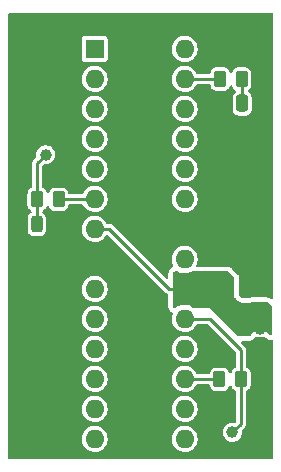
<source format=gbr>
%TF.GenerationSoftware,KiCad,Pcbnew,(6.0.1)*%
%TF.CreationDate,2022-07-04T15:39:42-03:00*%
%TF.ProjectId,pcb_for_testing,7063625f-666f-4725-9f74-657374696e67,rev?*%
%TF.SameCoordinates,Original*%
%TF.FileFunction,Copper,L1,Top*%
%TF.FilePolarity,Positive*%
%FSLAX46Y46*%
G04 Gerber Fmt 4.6, Leading zero omitted, Abs format (unit mm)*
G04 Created by KiCad (PCBNEW (6.0.1)) date 2022-07-04 15:39:42*
%MOMM*%
%LPD*%
G01*
G04 APERTURE LIST*
G04 Aperture macros list*
%AMRoundRect*
0 Rectangle with rounded corners*
0 $1 Rounding radius*
0 $2 $3 $4 $5 $6 $7 $8 $9 X,Y pos of 4 corners*
0 Add a 4 corners polygon primitive as box body*
4,1,4,$2,$3,$4,$5,$6,$7,$8,$9,$2,$3,0*
0 Add four circle primitives for the rounded corners*
1,1,$1+$1,$2,$3*
1,1,$1+$1,$4,$5*
1,1,$1+$1,$6,$7*
1,1,$1+$1,$8,$9*
0 Add four rect primitives between the rounded corners*
20,1,$1+$1,$2,$3,$4,$5,0*
20,1,$1+$1,$4,$5,$6,$7,0*
20,1,$1+$1,$6,$7,$8,$9,0*
20,1,$1+$1,$8,$9,$2,$3,0*%
G04 Aperture macros list end*
%TA.AperFunction,ComponentPad*%
%ADD10R,1.600000X1.600000*%
%TD*%
%TA.AperFunction,ComponentPad*%
%ADD11O,1.600000X1.600000*%
%TD*%
%TA.AperFunction,SMDPad,CuDef*%
%ADD12C,1.000000*%
%TD*%
%TA.AperFunction,SMDPad,CuDef*%
%ADD13RoundRect,0.250000X0.262500X0.450000X-0.262500X0.450000X-0.262500X-0.450000X0.262500X-0.450000X0*%
%TD*%
%TA.AperFunction,SMDPad,CuDef*%
%ADD14RoundRect,0.250000X-0.262500X-0.450000X0.262500X-0.450000X0.262500X0.450000X-0.262500X0.450000X0*%
%TD*%
%TA.AperFunction,ComponentPad*%
%ADD15R,0.850000X0.850000*%
%TD*%
%TA.AperFunction,ComponentPad*%
%ADD16O,0.850000X0.850000*%
%TD*%
%TA.AperFunction,SMDPad,CuDef*%
%ADD17RoundRect,0.243750X0.243750X0.456250X-0.243750X0.456250X-0.243750X-0.456250X0.243750X-0.456250X0*%
%TD*%
%TA.AperFunction,SMDPad,CuDef*%
%ADD18RoundRect,0.250000X0.250000X0.475000X-0.250000X0.475000X-0.250000X-0.475000X0.250000X-0.475000X0*%
%TD*%
%TA.AperFunction,Conductor*%
%ADD19C,0.250000*%
%TD*%
G04 APERTURE END LIST*
D10*
%TO.P,U1,1,PC6/~{RESET}*%
%TO.N,unconnected-(U1-Pad1)*%
X124460000Y-64060000D03*
D11*
%TO.P,U1,2,PD0*%
%TO.N,unconnected-(U1-Pad2)*%
X124460000Y-66600000D03*
%TO.P,U1,3,PD1*%
%TO.N,unconnected-(U1-Pad3)*%
X124460000Y-69140000D03*
%TO.P,U1,4,PD2*%
%TO.N,unconnected-(U1-Pad4)*%
X124460000Y-71680000D03*
%TO.P,U1,5,PD3*%
%TO.N,unconnected-(U1-Pad5)*%
X124460000Y-74220000D03*
%TO.P,U1,6,PD4*%
%TO.N,Net-(R3-Pad1)*%
X124460000Y-76760000D03*
%TO.P,U1,7,VCC*%
%TO.N,+3V3*%
X124460000Y-79300000D03*
%TO.P,U1,8,GND*%
%TO.N,GND*%
X124460000Y-81840000D03*
%TO.P,U1,9,PB6/XTAL1*%
%TO.N,unconnected-(U1-Pad9)*%
X124460000Y-84380000D03*
%TO.P,U1,10,PB7/XTAL2*%
%TO.N,unconnected-(U1-Pad10)*%
X124460000Y-86920000D03*
%TO.P,U1,11,PD5*%
%TO.N,unconnected-(U1-Pad11)*%
X124460000Y-89460000D03*
%TO.P,U1,12,PD6*%
%TO.N,unconnected-(U1-Pad12)*%
X124460000Y-92000000D03*
%TO.P,U1,13,PD7*%
%TO.N,unconnected-(U1-Pad13)*%
X124460000Y-94540000D03*
%TO.P,U1,14,PB0*%
%TO.N,unconnected-(U1-Pad14)*%
X124460000Y-97080000D03*
%TO.P,U1,15,PB1*%
%TO.N,unconnected-(U1-Pad15)*%
X132080000Y-97080000D03*
%TO.P,U1,16,PB2*%
%TO.N,unconnected-(U1-Pad16)*%
X132080000Y-94540000D03*
%TO.P,U1,17,PB3*%
%TO.N,Net-(R1-Pad1)*%
X132080000Y-92000000D03*
%TO.P,U1,18,PB4*%
%TO.N,unconnected-(U1-Pad18)*%
X132080000Y-89460000D03*
%TO.P,U1,19,PB5*%
%TO.N,Net-(R1-Pad2)*%
X132080000Y-86920000D03*
%TO.P,U1,20,AVCC*%
%TO.N,+3V3*%
X132080000Y-84380000D03*
%TO.P,U1,21,AREF*%
%TO.N,unconnected-(U1-Pad21)*%
X132080000Y-81840000D03*
%TO.P,U1,22,AGND*%
%TO.N,GND*%
X132080000Y-79300000D03*
%TO.P,U1,23,PC0*%
%TO.N,unconnected-(U1-Pad23)*%
X132080000Y-76760000D03*
%TO.P,U1,24,PC1*%
%TO.N,unconnected-(U1-Pad24)*%
X132080000Y-74220000D03*
%TO.P,U1,25,PC2*%
%TO.N,unconnected-(U1-Pad25)*%
X132080000Y-71680000D03*
%TO.P,U1,26,PC3*%
%TO.N,unconnected-(U1-Pad26)*%
X132080000Y-69140000D03*
%TO.P,U1,27,PC4*%
%TO.N,Net-(R2-Pad1)*%
X132080000Y-66600000D03*
%TO.P,U1,28,PC5*%
%TO.N,unconnected-(U1-Pad28)*%
X132080000Y-64060000D03*
%TD*%
D12*
%TO.P,TP2,1,1*%
%TO.N,Net-(R1-Pad2)*%
X136110000Y-96530000D03*
%TD*%
%TO.P,TP1,1,1*%
%TO.N,Net-(D1-Pad2)*%
X120320000Y-73020000D03*
%TD*%
D13*
%TO.P,R3,2*%
%TO.N,Net-(D1-Pad2)*%
X119587500Y-76800000D03*
%TO.P,R3,1*%
%TO.N,Net-(R3-Pad1)*%
X121412500Y-76800000D03*
%TD*%
D14*
%TO.P,R2,1*%
%TO.N,Net-(R2-Pad1)*%
X135087500Y-66610000D03*
%TO.P,R2,2*%
%TO.N,Net-(C2-Pad1)*%
X136912500Y-66610000D03*
%TD*%
%TO.P,R1,1*%
%TO.N,Net-(R1-Pad1)*%
X135030000Y-92030000D03*
%TO.P,R1,2*%
%TO.N,Net-(R1-Pad2)*%
X136855000Y-92030000D03*
%TD*%
D15*
%TO.P,J1,1,Pin_1*%
%TO.N,GND*%
X138470000Y-88850000D03*
D16*
%TO.P,J1,2,Pin_2*%
%TO.N,+3V3*%
X138470000Y-87850000D03*
%TD*%
D17*
%TO.P,D1,1,K*%
%TO.N,GND*%
X121447500Y-78900000D03*
%TO.P,D1,2,A*%
%TO.N,Net-(D1-Pad2)*%
X119572500Y-78900000D03*
%TD*%
D18*
%TO.P,C2,1*%
%TO.N,Net-(C2-Pad1)*%
X136950000Y-68670000D03*
%TO.P,C2,2*%
%TO.N,GND*%
X135050000Y-68670000D03*
%TD*%
%TO.P,C1,1*%
%TO.N,GND*%
X137260000Y-84420000D03*
%TO.P,C1,2*%
%TO.N,+3V3*%
X135360000Y-84420000D03*
%TD*%
D19*
%TO.N,Net-(D1-Pad2)*%
X119572500Y-76815000D02*
X119587500Y-76800000D01*
X119572500Y-78900000D02*
X119572500Y-76815000D01*
X119600000Y-73740000D02*
X120320000Y-73020000D01*
X119600000Y-76787500D02*
X119600000Y-73740000D01*
X119587500Y-76800000D02*
X119600000Y-76787500D01*
%TO.N,Net-(R3-Pad1)*%
X121452500Y-76760000D02*
X124460000Y-76760000D01*
X121412500Y-76800000D02*
X121452500Y-76760000D01*
%TO.N,+3V3*%
X130780000Y-84380000D02*
X132080000Y-84380000D01*
X125700000Y-79300000D02*
X130780000Y-84380000D01*
X124460000Y-79300000D02*
X125700000Y-79300000D01*
%TO.N,Net-(R1-Pad2)*%
X136855000Y-89575000D02*
X136855000Y-92030000D01*
X134200000Y-86920000D02*
X136855000Y-89575000D01*
X132080000Y-86920000D02*
X134200000Y-86920000D01*
X136850000Y-92035000D02*
X136850000Y-95790000D01*
X136850000Y-95790000D02*
X136110000Y-96530000D01*
X136855000Y-92030000D02*
X136850000Y-92035000D01*
%TO.N,Net-(R1-Pad1)*%
X135000000Y-92000000D02*
X132080000Y-92000000D01*
X135030000Y-92030000D02*
X135000000Y-92000000D01*
%TO.N,Net-(C2-Pad1)*%
X136912500Y-66610000D02*
X136912500Y-68632500D01*
X136912500Y-68632500D02*
X136950000Y-68670000D01*
%TO.N,Net-(R2-Pad1)*%
X135077500Y-66600000D02*
X132080000Y-66600000D01*
X135087500Y-66610000D02*
X135077500Y-66600000D01*
%TO.N,Net-(D1-Pad2)*%
X120320000Y-73020000D02*
X120300000Y-73020000D01*
%TD*%
%TA.AperFunction,Conductor*%
%TO.N,GND*%
G36*
X139522121Y-61020002D02*
G01*
X139568614Y-61073658D01*
X139580000Y-61126000D01*
X139580000Y-85116020D01*
X139559998Y-85184141D01*
X139506342Y-85230634D01*
X139436068Y-85240738D01*
X139375804Y-85214293D01*
X139375550Y-85214614D01*
X139362056Y-85203917D01*
X139362054Y-85203916D01*
X139357460Y-85200274D01*
X139352273Y-85197545D01*
X139352270Y-85197543D01*
X139251087Y-85144308D01*
X139246706Y-85142003D01*
X139242023Y-85140413D01*
X139242020Y-85140412D01*
X139189915Y-85122725D01*
X139179478Y-85119182D01*
X139067554Y-85098301D01*
X138138864Y-85059606D01*
X137906692Y-85049932D01*
X137792541Y-85061649D01*
X137723157Y-85079087D01*
X137685657Y-85094508D01*
X137621231Y-85121001D01*
X137621225Y-85121004D01*
X137617040Y-85122725D01*
X137616344Y-85123137D01*
X137598110Y-85130260D01*
X137576087Y-85136658D01*
X137562873Y-85140497D01*
X137527720Y-85145500D01*
X136992280Y-85145500D01*
X136957125Y-85140496D01*
X136943912Y-85136657D01*
X136943911Y-85136657D01*
X136925006Y-85131164D01*
X136896025Y-85118623D01*
X136891623Y-85116020D01*
X136868947Y-85102609D01*
X136843991Y-85083251D01*
X136821750Y-85061010D01*
X136802391Y-85036053D01*
X136794323Y-85022411D01*
X136794321Y-85022408D01*
X136792742Y-85019738D01*
X136746331Y-84956401D01*
X136732167Y-84940595D01*
X136701599Y-84876517D01*
X136700000Y-84856505D01*
X136700000Y-83452190D01*
X136697709Y-83409439D01*
X136694830Y-83382656D01*
X136690247Y-83351572D01*
X136679853Y-83322440D01*
X136649853Y-83238364D01*
X136648190Y-83233703D01*
X136614164Y-83171391D01*
X136545938Y-83080252D01*
X136119748Y-82654062D01*
X136087902Y-82625456D01*
X136086582Y-82624392D01*
X136086570Y-82624382D01*
X136067922Y-82609354D01*
X136067920Y-82609352D01*
X136066928Y-82608553D01*
X136041708Y-82589813D01*
X136036120Y-82587164D01*
X135933094Y-82538324D01*
X135933089Y-82538322D01*
X135928623Y-82536205D01*
X135923876Y-82534811D01*
X135923873Y-82534810D01*
X135898165Y-82527262D01*
X135860502Y-82516203D01*
X135856043Y-82515562D01*
X135856039Y-82515561D01*
X135804156Y-82508102D01*
X135747810Y-82500000D01*
X133186773Y-82500000D01*
X133118652Y-82479998D01*
X133072159Y-82426342D01*
X133062055Y-82356068D01*
X133076838Y-82312435D01*
X133086843Y-82294569D01*
X133086845Y-82294566D01*
X133089664Y-82289531D01*
X133154678Y-82098007D01*
X133155507Y-82092291D01*
X133155508Y-82092286D01*
X133183167Y-81901516D01*
X133183700Y-81897842D01*
X133185215Y-81840000D01*
X133166708Y-81638591D01*
X133111807Y-81443926D01*
X133022351Y-81262527D01*
X133004079Y-81238057D01*
X132904788Y-81105091D01*
X132904787Y-81105090D01*
X132901335Y-81100467D01*
X132878350Y-81079220D01*
X132757053Y-80967094D01*
X132757051Y-80967092D01*
X132752812Y-80963174D01*
X132725374Y-80945862D01*
X132586637Y-80858325D01*
X132581757Y-80855246D01*
X132393898Y-80780298D01*
X132195526Y-80740839D01*
X132189752Y-80740763D01*
X132189748Y-80740763D01*
X132087257Y-80739422D01*
X131993286Y-80738192D01*
X131987589Y-80739171D01*
X131987588Y-80739171D01*
X131799646Y-80771465D01*
X131799645Y-80771465D01*
X131793949Y-80772444D01*
X131604193Y-80842449D01*
X131430371Y-80945862D01*
X131278305Y-81079220D01*
X131153089Y-81238057D01*
X131058914Y-81417053D01*
X130998937Y-81610213D01*
X130975164Y-81811069D01*
X130988392Y-82012894D01*
X131038178Y-82208928D01*
X131040597Y-82214175D01*
X131110152Y-82365050D01*
X131120507Y-82435288D01*
X131091245Y-82499974D01*
X131033805Y-82537910D01*
X131017951Y-82542936D01*
X130911714Y-82609086D01*
X130858058Y-82655579D01*
X130789813Y-82732102D01*
X130736205Y-82845187D01*
X130716203Y-82913308D01*
X130700000Y-83026000D01*
X130700000Y-83394062D01*
X130679998Y-83462183D01*
X130626342Y-83508676D01*
X130556068Y-83518780D01*
X130491488Y-83489286D01*
X130484905Y-83483157D01*
X125953220Y-78951472D01*
X125931837Y-78940577D01*
X125914991Y-78930253D01*
X125903604Y-78921980D01*
X125895581Y-78916151D01*
X125886150Y-78913087D01*
X125886147Y-78913085D01*
X125872763Y-78908736D01*
X125854502Y-78901172D01*
X125841964Y-78894784D01*
X125841963Y-78894784D01*
X125833126Y-78890281D01*
X125809429Y-78886528D01*
X125790210Y-78881914D01*
X125767393Y-78874500D01*
X125555648Y-78874500D01*
X125487527Y-78854498D01*
X125442642Y-78804228D01*
X125404907Y-78727710D01*
X125402351Y-78722527D01*
X125281335Y-78560467D01*
X125258350Y-78539220D01*
X125137053Y-78427094D01*
X125137051Y-78427092D01*
X125132812Y-78423174D01*
X125104412Y-78405255D01*
X124966637Y-78318325D01*
X124961757Y-78315246D01*
X124773898Y-78240298D01*
X124575526Y-78200839D01*
X124569752Y-78200763D01*
X124569748Y-78200763D01*
X124467257Y-78199422D01*
X124373286Y-78198192D01*
X124367589Y-78199171D01*
X124367588Y-78199171D01*
X124179646Y-78231465D01*
X124179645Y-78231465D01*
X124173949Y-78232444D01*
X123984193Y-78302449D01*
X123810371Y-78405862D01*
X123658305Y-78539220D01*
X123533089Y-78698057D01*
X123438914Y-78877053D01*
X123378937Y-79070213D01*
X123355164Y-79271069D01*
X123368392Y-79472894D01*
X123369815Y-79478496D01*
X123408997Y-79632776D01*
X123418178Y-79668928D01*
X123502856Y-79852607D01*
X123619588Y-80017780D01*
X123764466Y-80158913D01*
X123932637Y-80271282D01*
X123937940Y-80273560D01*
X123937943Y-80273562D01*
X124026291Y-80311519D01*
X124118470Y-80351122D01*
X124315740Y-80395760D01*
X124321509Y-80395987D01*
X124321512Y-80395987D01*
X124397683Y-80398979D01*
X124517842Y-80403700D01*
X124604132Y-80391189D01*
X124712286Y-80375508D01*
X124712291Y-80375507D01*
X124718007Y-80374678D01*
X124723479Y-80372820D01*
X124723481Y-80372820D01*
X124904067Y-80311519D01*
X124904069Y-80311518D01*
X124909531Y-80309664D01*
X125086001Y-80210837D01*
X125148433Y-80158913D01*
X125237073Y-80085191D01*
X125241505Y-80081505D01*
X125370837Y-79926001D01*
X125373656Y-79920967D01*
X125373661Y-79920960D01*
X125416378Y-79844683D01*
X125467115Y-79795022D01*
X125536647Y-79780675D01*
X125602897Y-79806196D01*
X125615407Y-79817155D01*
X130526780Y-84728528D01*
X130548163Y-84739423D01*
X130565009Y-84749747D01*
X130584419Y-84763849D01*
X130593850Y-84766913D01*
X130593853Y-84766915D01*
X130607237Y-84771264D01*
X130625496Y-84778827D01*
X130631198Y-84781732D01*
X130682815Y-84830478D01*
X130700000Y-84894001D01*
X130700000Y-85874000D01*
X130709141Y-85959024D01*
X130720527Y-86011366D01*
X130742936Y-86082049D01*
X130809086Y-86188286D01*
X130855579Y-86241942D01*
X130932102Y-86310187D01*
X130940246Y-86314048D01*
X130940251Y-86314051D01*
X130994975Y-86339993D01*
X131047961Y-86387247D01*
X131066988Y-86455646D01*
X131058472Y-86496916D01*
X131058914Y-86497053D01*
X130998937Y-86690213D01*
X130975164Y-86891069D01*
X130988392Y-87092894D01*
X131038178Y-87288928D01*
X131122856Y-87472607D01*
X131239588Y-87637780D01*
X131384466Y-87778913D01*
X131552637Y-87891282D01*
X131557940Y-87893560D01*
X131557943Y-87893562D01*
X131646291Y-87931519D01*
X131738470Y-87971122D01*
X131935740Y-88015760D01*
X131941509Y-88015987D01*
X131941512Y-88015987D01*
X132017683Y-88018979D01*
X132137842Y-88023700D01*
X132224132Y-88011189D01*
X132332286Y-87995508D01*
X132332291Y-87995507D01*
X132338007Y-87994678D01*
X132343479Y-87992820D01*
X132343481Y-87992820D01*
X132524067Y-87931519D01*
X132524069Y-87931518D01*
X132529531Y-87929664D01*
X132706001Y-87830837D01*
X132768433Y-87778913D01*
X132857073Y-87705191D01*
X132861505Y-87701505D01*
X132990837Y-87546001D01*
X133067038Y-87409933D01*
X133117774Y-87360272D01*
X133176972Y-87345500D01*
X133971562Y-87345500D01*
X134039683Y-87365502D01*
X134060657Y-87382405D01*
X136392595Y-89714343D01*
X136426621Y-89776655D01*
X136429500Y-89803438D01*
X136429500Y-90966791D01*
X136409498Y-91034912D01*
X136349884Y-91083943D01*
X136319717Y-91095887D01*
X136199578Y-91187078D01*
X136108387Y-91307217D01*
X136105226Y-91315201D01*
X136059652Y-91430309D01*
X136015978Y-91486282D01*
X135948975Y-91509759D01*
X135879916Y-91493283D01*
X135830727Y-91442088D01*
X135825348Y-91430309D01*
X135779774Y-91315201D01*
X135776613Y-91307217D01*
X135685422Y-91187078D01*
X135565283Y-91095887D01*
X135455500Y-91052421D01*
X135432577Y-91043345D01*
X135432575Y-91043344D01*
X135425047Y-91040364D01*
X135335272Y-91029500D01*
X134724728Y-91029500D01*
X134634953Y-91040364D01*
X134627425Y-91043344D01*
X134627423Y-91043345D01*
X134604500Y-91052421D01*
X134494717Y-91095887D01*
X134374578Y-91187078D01*
X134283387Y-91307217D01*
X134280225Y-91315204D01*
X134234652Y-91430309D01*
X134227864Y-91447453D01*
X134225905Y-91463638D01*
X134197868Y-91528859D01*
X134139016Y-91568571D01*
X134100819Y-91574500D01*
X133175648Y-91574500D01*
X133107527Y-91554498D01*
X133062642Y-91504228D01*
X133024907Y-91427710D01*
X133024906Y-91427708D01*
X133022351Y-91422527D01*
X132901335Y-91260467D01*
X132878350Y-91239220D01*
X132757053Y-91127094D01*
X132757051Y-91127092D01*
X132752812Y-91123174D01*
X132725374Y-91105862D01*
X132586637Y-91018325D01*
X132581757Y-91015246D01*
X132393898Y-90940298D01*
X132195526Y-90900839D01*
X132189752Y-90900763D01*
X132189748Y-90900763D01*
X132087257Y-90899422D01*
X131993286Y-90898192D01*
X131987589Y-90899171D01*
X131987588Y-90899171D01*
X131799646Y-90931465D01*
X131799645Y-90931465D01*
X131793949Y-90932444D01*
X131604193Y-91002449D01*
X131599232Y-91005401D01*
X131599231Y-91005401D01*
X131438411Y-91101079D01*
X131430371Y-91105862D01*
X131278305Y-91239220D01*
X131153089Y-91398057D01*
X131058914Y-91577053D01*
X130998937Y-91770213D01*
X130975164Y-91971069D01*
X130988392Y-92172894D01*
X131038178Y-92368928D01*
X131122856Y-92552607D01*
X131239588Y-92717780D01*
X131384466Y-92858913D01*
X131552637Y-92971282D01*
X131557940Y-92973560D01*
X131557943Y-92973562D01*
X131690471Y-93030500D01*
X131738470Y-93051122D01*
X131935740Y-93095760D01*
X131941509Y-93095987D01*
X131941512Y-93095987D01*
X132017683Y-93098979D01*
X132137842Y-93103700D01*
X132224132Y-93091189D01*
X132332286Y-93075508D01*
X132332291Y-93075507D01*
X132338007Y-93074678D01*
X132343479Y-93072820D01*
X132343481Y-93072820D01*
X132524067Y-93011519D01*
X132524069Y-93011518D01*
X132529531Y-93009664D01*
X132706001Y-92910837D01*
X132768433Y-92858913D01*
X132857073Y-92785191D01*
X132861505Y-92781505D01*
X132990837Y-92626001D01*
X133067038Y-92489933D01*
X133117774Y-92440272D01*
X133176972Y-92425500D01*
X134093558Y-92425500D01*
X134161679Y-92445502D01*
X134208172Y-92499158D01*
X134218644Y-92536361D01*
X134227864Y-92612547D01*
X134230844Y-92620075D01*
X134230845Y-92620077D01*
X134234948Y-92630439D01*
X134283387Y-92752783D01*
X134374578Y-92872922D01*
X134494717Y-92964113D01*
X134529888Y-92978038D01*
X134627423Y-93016655D01*
X134627425Y-93016656D01*
X134634953Y-93019636D01*
X134724728Y-93030500D01*
X135335272Y-93030500D01*
X135425047Y-93019636D01*
X135432575Y-93016656D01*
X135432577Y-93016655D01*
X135530112Y-92978038D01*
X135565283Y-92964113D01*
X135685422Y-92872922D01*
X135776613Y-92752783D01*
X135825349Y-92629690D01*
X135869022Y-92573718D01*
X135936025Y-92550241D01*
X136005084Y-92566717D01*
X136054273Y-92617912D01*
X136059650Y-92629687D01*
X136108387Y-92752783D01*
X136199578Y-92872922D01*
X136319717Y-92964113D01*
X136343583Y-92973562D01*
X136344884Y-92974077D01*
X136400858Y-93017752D01*
X136424500Y-93091229D01*
X136424500Y-95561562D01*
X136404498Y-95629683D01*
X136387595Y-95650657D01*
X136335947Y-95702305D01*
X136273635Y-95736331D01*
X136231933Y-95738324D01*
X136115624Y-95724455D01*
X136108621Y-95725191D01*
X136108620Y-95725191D01*
X135944025Y-95742490D01*
X135944021Y-95742491D01*
X135937017Y-95743227D01*
X135930346Y-95745498D01*
X135773677Y-95798832D01*
X135773674Y-95798833D01*
X135767007Y-95801103D01*
X135614045Y-95895206D01*
X135609014Y-95900132D01*
X135609011Y-95900135D01*
X135595535Y-95913332D01*
X135485732Y-96020859D01*
X135388446Y-96171817D01*
X135327022Y-96340578D01*
X135304514Y-96518753D01*
X135305201Y-96525760D01*
X135305201Y-96525763D01*
X135306005Y-96533963D01*
X135322039Y-96697486D01*
X135324262Y-96704168D01*
X135324262Y-96704169D01*
X135371009Y-96844696D01*
X135378726Y-96867896D01*
X135471759Y-97021512D01*
X135596514Y-97150699D01*
X135746789Y-97249036D01*
X135915116Y-97311636D01*
X135922097Y-97312567D01*
X135922099Y-97312568D01*
X136086149Y-97334457D01*
X136086153Y-97334457D01*
X136093130Y-97335388D01*
X136100142Y-97334750D01*
X136100146Y-97334750D01*
X136264960Y-97319751D01*
X136264961Y-97319751D01*
X136271981Y-97319112D01*
X136442782Y-97263615D01*
X136473714Y-97245176D01*
X136590992Y-97175265D01*
X136590994Y-97175264D01*
X136597044Y-97171657D01*
X136727099Y-97047807D01*
X136744570Y-97021512D01*
X136822582Y-96904093D01*
X136826483Y-96898222D01*
X136846816Y-96844696D01*
X136887757Y-96736919D01*
X136887758Y-96736914D01*
X136890257Y-96730336D01*
X136895859Y-96690476D01*
X136914700Y-96556416D01*
X136914700Y-96556411D01*
X136915251Y-96552493D01*
X136915565Y-96530000D01*
X136901768Y-96406999D01*
X136914052Y-96337075D01*
X136937888Y-96303860D01*
X137198528Y-96043220D01*
X137209423Y-96021837D01*
X137219747Y-96004991D01*
X137228020Y-95993604D01*
X137233849Y-95985581D01*
X137236913Y-95976150D01*
X137236915Y-95976147D01*
X137241264Y-95962763D01*
X137248828Y-95944502D01*
X137255216Y-95931964D01*
X137255216Y-95931963D01*
X137259719Y-95923126D01*
X137263472Y-95899429D01*
X137268086Y-95880210D01*
X137275500Y-95857393D01*
X137275500Y-93095189D01*
X137295502Y-93027068D01*
X137355115Y-92978038D01*
X137382297Y-92967276D01*
X137382304Y-92967272D01*
X137390283Y-92964113D01*
X137510422Y-92872922D01*
X137601613Y-92752783D01*
X137650052Y-92630439D01*
X137654155Y-92620077D01*
X137654156Y-92620075D01*
X137657136Y-92612547D01*
X137668000Y-92522772D01*
X137668000Y-91537228D01*
X137657136Y-91447453D01*
X137650349Y-91430309D01*
X137604775Y-91315204D01*
X137601613Y-91307217D01*
X137510422Y-91187078D01*
X137390283Y-91095887D01*
X137360116Y-91083943D01*
X137304142Y-91040268D01*
X137280500Y-90966791D01*
X137280500Y-89507607D01*
X137273086Y-89484790D01*
X137268472Y-89465570D01*
X137264719Y-89441874D01*
X137253828Y-89420498D01*
X137246264Y-89402237D01*
X137241915Y-89388853D01*
X137241913Y-89388850D01*
X137238849Y-89379419D01*
X137224747Y-89360009D01*
X137214423Y-89343163D01*
X137203528Y-89321780D01*
X136886037Y-89004289D01*
X136852011Y-88941977D01*
X136857076Y-88871162D01*
X136899623Y-88814326D01*
X136971427Y-88789248D01*
X137561371Y-88771897D01*
X137561996Y-88771865D01*
X137562029Y-88771864D01*
X137577648Y-88771072D01*
X137577646Y-88771072D01*
X137578339Y-88771037D01*
X137588991Y-88770270D01*
X137594018Y-88769062D01*
X137710920Y-88740970D01*
X137710923Y-88740969D01*
X137715950Y-88739761D01*
X137781348Y-88712128D01*
X137869901Y-88660445D01*
X137955836Y-88569467D01*
X137975937Y-88540074D01*
X138030901Y-88495137D01*
X138101435Y-88487049D01*
X138135911Y-88498458D01*
X138140818Y-88501669D01*
X138147410Y-88504121D01*
X138147411Y-88504121D01*
X138286773Y-88555949D01*
X138286775Y-88555949D01*
X138293375Y-88558404D01*
X138300356Y-88559335D01*
X138300358Y-88559336D01*
X138447729Y-88579000D01*
X138447733Y-88579000D01*
X138454710Y-88579931D01*
X138461721Y-88579293D01*
X138461725Y-88579293D01*
X138609784Y-88565818D01*
X138616805Y-88565179D01*
X138623507Y-88563001D01*
X138623509Y-88563001D01*
X138764905Y-88517059D01*
X138764908Y-88517058D01*
X138771604Y-88514882D01*
X138783374Y-88507866D01*
X138807261Y-88493626D01*
X138876016Y-88475925D01*
X138943426Y-88498206D01*
X138964302Y-88516323D01*
X139001013Y-88556038D01*
X139105316Y-88625196D01*
X139169896Y-88654690D01*
X139188508Y-88660445D01*
X139259244Y-88682318D01*
X139259245Y-88682318D01*
X139267860Y-88684982D01*
X139276875Y-88685111D01*
X139276877Y-88685111D01*
X139336269Y-88685958D01*
X139392995Y-88686768D01*
X139436068Y-88680575D01*
X139506342Y-88690678D01*
X139559998Y-88737171D01*
X139580000Y-88805292D01*
X139580000Y-98674000D01*
X139559998Y-98742121D01*
X139506342Y-98788614D01*
X139454000Y-98800000D01*
X117266000Y-98800000D01*
X117197879Y-98779998D01*
X117151386Y-98726342D01*
X117140000Y-98674000D01*
X117140000Y-97051069D01*
X123355164Y-97051069D01*
X123368392Y-97252894D01*
X123418178Y-97448928D01*
X123502856Y-97632607D01*
X123619588Y-97797780D01*
X123764466Y-97938913D01*
X123932637Y-98051282D01*
X123937940Y-98053560D01*
X123937943Y-98053562D01*
X124026291Y-98091519D01*
X124118470Y-98131122D01*
X124315740Y-98175760D01*
X124321509Y-98175987D01*
X124321512Y-98175987D01*
X124397683Y-98178979D01*
X124517842Y-98183700D01*
X124604132Y-98171189D01*
X124712286Y-98155508D01*
X124712291Y-98155507D01*
X124718007Y-98154678D01*
X124723479Y-98152820D01*
X124723481Y-98152820D01*
X124904067Y-98091519D01*
X124904069Y-98091518D01*
X124909531Y-98089664D01*
X125086001Y-97990837D01*
X125148433Y-97938913D01*
X125237073Y-97865191D01*
X125241505Y-97861505D01*
X125370837Y-97706001D01*
X125469664Y-97529531D01*
X125534678Y-97338007D01*
X125535507Y-97332291D01*
X125535508Y-97332286D01*
X125558797Y-97171657D01*
X125563700Y-97137842D01*
X125565215Y-97080000D01*
X125562557Y-97051069D01*
X130975164Y-97051069D01*
X130988392Y-97252894D01*
X131038178Y-97448928D01*
X131122856Y-97632607D01*
X131239588Y-97797780D01*
X131384466Y-97938913D01*
X131552637Y-98051282D01*
X131557940Y-98053560D01*
X131557943Y-98053562D01*
X131646291Y-98091519D01*
X131738470Y-98131122D01*
X131935740Y-98175760D01*
X131941509Y-98175987D01*
X131941512Y-98175987D01*
X132017683Y-98178979D01*
X132137842Y-98183700D01*
X132224132Y-98171189D01*
X132332286Y-98155508D01*
X132332291Y-98155507D01*
X132338007Y-98154678D01*
X132343479Y-98152820D01*
X132343481Y-98152820D01*
X132524067Y-98091519D01*
X132524069Y-98091518D01*
X132529531Y-98089664D01*
X132706001Y-97990837D01*
X132768433Y-97938913D01*
X132857073Y-97865191D01*
X132861505Y-97861505D01*
X132990837Y-97706001D01*
X133089664Y-97529531D01*
X133154678Y-97338007D01*
X133155507Y-97332291D01*
X133155508Y-97332286D01*
X133178797Y-97171657D01*
X133183700Y-97137842D01*
X133185215Y-97080000D01*
X133166708Y-96878591D01*
X133111807Y-96683926D01*
X133022351Y-96502527D01*
X133004079Y-96478057D01*
X132904788Y-96345091D01*
X132904787Y-96345090D01*
X132901335Y-96340467D01*
X132897099Y-96336551D01*
X132757053Y-96207094D01*
X132757051Y-96207092D01*
X132752812Y-96203174D01*
X132725374Y-96185862D01*
X132586637Y-96098325D01*
X132581757Y-96095246D01*
X132393898Y-96020298D01*
X132195526Y-95980839D01*
X132189752Y-95980763D01*
X132189748Y-95980763D01*
X132087257Y-95979422D01*
X131993286Y-95978192D01*
X131987589Y-95979171D01*
X131987588Y-95979171D01*
X131799646Y-96011465D01*
X131799645Y-96011465D01*
X131793949Y-96012444D01*
X131604193Y-96082449D01*
X131599232Y-96085401D01*
X131599231Y-96085401D01*
X131453979Y-96171817D01*
X131430371Y-96185862D01*
X131278305Y-96319220D01*
X131153089Y-96478057D01*
X131058914Y-96657053D01*
X130998937Y-96850213D01*
X130975164Y-97051069D01*
X125562557Y-97051069D01*
X125546708Y-96878591D01*
X125491807Y-96683926D01*
X125402351Y-96502527D01*
X125384079Y-96478057D01*
X125284788Y-96345091D01*
X125284787Y-96345090D01*
X125281335Y-96340467D01*
X125277099Y-96336551D01*
X125137053Y-96207094D01*
X125137051Y-96207092D01*
X125132812Y-96203174D01*
X125105374Y-96185862D01*
X124966637Y-96098325D01*
X124961757Y-96095246D01*
X124773898Y-96020298D01*
X124575526Y-95980839D01*
X124569752Y-95980763D01*
X124569748Y-95980763D01*
X124467257Y-95979422D01*
X124373286Y-95978192D01*
X124367589Y-95979171D01*
X124367588Y-95979171D01*
X124179646Y-96011465D01*
X124179645Y-96011465D01*
X124173949Y-96012444D01*
X123984193Y-96082449D01*
X123979232Y-96085401D01*
X123979231Y-96085401D01*
X123833979Y-96171817D01*
X123810371Y-96185862D01*
X123658305Y-96319220D01*
X123533089Y-96478057D01*
X123438914Y-96657053D01*
X123378937Y-96850213D01*
X123355164Y-97051069D01*
X117140000Y-97051069D01*
X117140000Y-94511069D01*
X123355164Y-94511069D01*
X123368392Y-94712894D01*
X123418178Y-94908928D01*
X123502856Y-95092607D01*
X123619588Y-95257780D01*
X123764466Y-95398913D01*
X123932637Y-95511282D01*
X123937940Y-95513560D01*
X123937943Y-95513562D01*
X124026291Y-95551519D01*
X124118470Y-95591122D01*
X124315740Y-95635760D01*
X124321509Y-95635987D01*
X124321512Y-95635987D01*
X124397683Y-95638979D01*
X124517842Y-95643700D01*
X124604132Y-95631189D01*
X124712286Y-95615508D01*
X124712291Y-95615507D01*
X124718007Y-95614678D01*
X124723479Y-95612820D01*
X124723481Y-95612820D01*
X124904067Y-95551519D01*
X124904069Y-95551518D01*
X124909531Y-95549664D01*
X125086001Y-95450837D01*
X125148433Y-95398913D01*
X125237073Y-95325191D01*
X125241505Y-95321505D01*
X125370837Y-95166001D01*
X125469664Y-94989531D01*
X125534678Y-94798007D01*
X125535507Y-94792291D01*
X125535508Y-94792286D01*
X125563167Y-94601516D01*
X125563700Y-94597842D01*
X125565215Y-94540000D01*
X125562557Y-94511069D01*
X130975164Y-94511069D01*
X130988392Y-94712894D01*
X131038178Y-94908928D01*
X131122856Y-95092607D01*
X131239588Y-95257780D01*
X131384466Y-95398913D01*
X131552637Y-95511282D01*
X131557940Y-95513560D01*
X131557943Y-95513562D01*
X131646291Y-95551519D01*
X131738470Y-95591122D01*
X131935740Y-95635760D01*
X131941509Y-95635987D01*
X131941512Y-95635987D01*
X132017683Y-95638979D01*
X132137842Y-95643700D01*
X132224132Y-95631189D01*
X132332286Y-95615508D01*
X132332291Y-95615507D01*
X132338007Y-95614678D01*
X132343479Y-95612820D01*
X132343481Y-95612820D01*
X132524067Y-95551519D01*
X132524069Y-95551518D01*
X132529531Y-95549664D01*
X132706001Y-95450837D01*
X132768433Y-95398913D01*
X132857073Y-95325191D01*
X132861505Y-95321505D01*
X132990837Y-95166001D01*
X133089664Y-94989531D01*
X133154678Y-94798007D01*
X133155507Y-94792291D01*
X133155508Y-94792286D01*
X133183167Y-94601516D01*
X133183700Y-94597842D01*
X133185215Y-94540000D01*
X133166708Y-94338591D01*
X133111807Y-94143926D01*
X133022351Y-93962527D01*
X133004079Y-93938057D01*
X132904788Y-93805091D01*
X132904787Y-93805090D01*
X132901335Y-93800467D01*
X132878350Y-93779220D01*
X132757053Y-93667094D01*
X132757051Y-93667092D01*
X132752812Y-93663174D01*
X132725374Y-93645862D01*
X132586637Y-93558325D01*
X132581757Y-93555246D01*
X132393898Y-93480298D01*
X132195526Y-93440839D01*
X132189752Y-93440763D01*
X132189748Y-93440763D01*
X132087257Y-93439422D01*
X131993286Y-93438192D01*
X131987589Y-93439171D01*
X131987588Y-93439171D01*
X131799646Y-93471465D01*
X131799645Y-93471465D01*
X131793949Y-93472444D01*
X131604193Y-93542449D01*
X131430371Y-93645862D01*
X131278305Y-93779220D01*
X131153089Y-93938057D01*
X131058914Y-94117053D01*
X130998937Y-94310213D01*
X130975164Y-94511069D01*
X125562557Y-94511069D01*
X125546708Y-94338591D01*
X125491807Y-94143926D01*
X125402351Y-93962527D01*
X125384079Y-93938057D01*
X125284788Y-93805091D01*
X125284787Y-93805090D01*
X125281335Y-93800467D01*
X125258350Y-93779220D01*
X125137053Y-93667094D01*
X125137051Y-93667092D01*
X125132812Y-93663174D01*
X125105374Y-93645862D01*
X124966637Y-93558325D01*
X124961757Y-93555246D01*
X124773898Y-93480298D01*
X124575526Y-93440839D01*
X124569752Y-93440763D01*
X124569748Y-93440763D01*
X124467257Y-93439422D01*
X124373286Y-93438192D01*
X124367589Y-93439171D01*
X124367588Y-93439171D01*
X124179646Y-93471465D01*
X124179645Y-93471465D01*
X124173949Y-93472444D01*
X123984193Y-93542449D01*
X123810371Y-93645862D01*
X123658305Y-93779220D01*
X123533089Y-93938057D01*
X123438914Y-94117053D01*
X123378937Y-94310213D01*
X123355164Y-94511069D01*
X117140000Y-94511069D01*
X117140000Y-91971069D01*
X123355164Y-91971069D01*
X123368392Y-92172894D01*
X123418178Y-92368928D01*
X123502856Y-92552607D01*
X123619588Y-92717780D01*
X123764466Y-92858913D01*
X123932637Y-92971282D01*
X123937940Y-92973560D01*
X123937943Y-92973562D01*
X124070471Y-93030500D01*
X124118470Y-93051122D01*
X124315740Y-93095760D01*
X124321509Y-93095987D01*
X124321512Y-93095987D01*
X124397683Y-93098979D01*
X124517842Y-93103700D01*
X124604132Y-93091189D01*
X124712286Y-93075508D01*
X124712291Y-93075507D01*
X124718007Y-93074678D01*
X124723479Y-93072820D01*
X124723481Y-93072820D01*
X124904067Y-93011519D01*
X124904069Y-93011518D01*
X124909531Y-93009664D01*
X125086001Y-92910837D01*
X125148433Y-92858913D01*
X125237073Y-92785191D01*
X125241505Y-92781505D01*
X125370837Y-92626001D01*
X125469664Y-92449531D01*
X125477822Y-92425500D01*
X125532820Y-92263481D01*
X125532820Y-92263479D01*
X125534678Y-92258007D01*
X125535507Y-92252291D01*
X125535508Y-92252286D01*
X125563167Y-92061516D01*
X125563700Y-92057842D01*
X125565215Y-92000000D01*
X125546708Y-91798591D01*
X125491807Y-91603926D01*
X125402351Y-91422527D01*
X125384079Y-91398057D01*
X125284788Y-91265091D01*
X125284787Y-91265090D01*
X125281335Y-91260467D01*
X125258350Y-91239220D01*
X125137053Y-91127094D01*
X125137051Y-91127092D01*
X125132812Y-91123174D01*
X125105374Y-91105862D01*
X124966637Y-91018325D01*
X124961757Y-91015246D01*
X124773898Y-90940298D01*
X124575526Y-90900839D01*
X124569752Y-90900763D01*
X124569748Y-90900763D01*
X124467257Y-90899422D01*
X124373286Y-90898192D01*
X124367589Y-90899171D01*
X124367588Y-90899171D01*
X124179646Y-90931465D01*
X124179645Y-90931465D01*
X124173949Y-90932444D01*
X123984193Y-91002449D01*
X123979232Y-91005401D01*
X123979231Y-91005401D01*
X123818411Y-91101079D01*
X123810371Y-91105862D01*
X123658305Y-91239220D01*
X123533089Y-91398057D01*
X123438914Y-91577053D01*
X123378937Y-91770213D01*
X123355164Y-91971069D01*
X117140000Y-91971069D01*
X117140000Y-89431069D01*
X123355164Y-89431069D01*
X123368392Y-89632894D01*
X123418178Y-89828928D01*
X123502856Y-90012607D01*
X123619588Y-90177780D01*
X123764466Y-90318913D01*
X123932637Y-90431282D01*
X123937940Y-90433560D01*
X123937943Y-90433562D01*
X124026291Y-90471519D01*
X124118470Y-90511122D01*
X124315740Y-90555760D01*
X124321509Y-90555987D01*
X124321512Y-90555987D01*
X124397683Y-90558979D01*
X124517842Y-90563700D01*
X124604132Y-90551189D01*
X124712286Y-90535508D01*
X124712291Y-90535507D01*
X124718007Y-90534678D01*
X124723479Y-90532820D01*
X124723481Y-90532820D01*
X124904067Y-90471519D01*
X124904069Y-90471518D01*
X124909531Y-90469664D01*
X125086001Y-90370837D01*
X125148433Y-90318913D01*
X125237073Y-90245191D01*
X125241505Y-90241505D01*
X125370837Y-90086001D01*
X125469664Y-89909531D01*
X125534678Y-89718007D01*
X125535507Y-89712291D01*
X125535508Y-89712286D01*
X125563167Y-89521516D01*
X125563700Y-89517842D01*
X125565215Y-89460000D01*
X125562557Y-89431069D01*
X130975164Y-89431069D01*
X130988392Y-89632894D01*
X131038178Y-89828928D01*
X131122856Y-90012607D01*
X131239588Y-90177780D01*
X131384466Y-90318913D01*
X131552637Y-90431282D01*
X131557940Y-90433560D01*
X131557943Y-90433562D01*
X131646291Y-90471519D01*
X131738470Y-90511122D01*
X131935740Y-90555760D01*
X131941509Y-90555987D01*
X131941512Y-90555987D01*
X132017683Y-90558979D01*
X132137842Y-90563700D01*
X132224132Y-90551189D01*
X132332286Y-90535508D01*
X132332291Y-90535507D01*
X132338007Y-90534678D01*
X132343479Y-90532820D01*
X132343481Y-90532820D01*
X132524067Y-90471519D01*
X132524069Y-90471518D01*
X132529531Y-90469664D01*
X132706001Y-90370837D01*
X132768433Y-90318913D01*
X132857073Y-90245191D01*
X132861505Y-90241505D01*
X132990837Y-90086001D01*
X133089664Y-89909531D01*
X133154678Y-89718007D01*
X133155507Y-89712291D01*
X133155508Y-89712286D01*
X133183167Y-89521516D01*
X133183700Y-89517842D01*
X133185215Y-89460000D01*
X133166708Y-89258591D01*
X133111807Y-89063926D01*
X133022351Y-88882527D01*
X133004079Y-88858057D01*
X132904788Y-88725091D01*
X132904787Y-88725090D01*
X132901335Y-88720467D01*
X132892314Y-88712128D01*
X132757053Y-88587094D01*
X132757051Y-88587092D01*
X132752812Y-88583174D01*
X132725374Y-88565862D01*
X132586637Y-88478325D01*
X132581757Y-88475246D01*
X132393898Y-88400298D01*
X132195526Y-88360839D01*
X132189752Y-88360763D01*
X132189748Y-88360763D01*
X132087257Y-88359422D01*
X131993286Y-88358192D01*
X131987589Y-88359171D01*
X131987588Y-88359171D01*
X131799646Y-88391465D01*
X131799645Y-88391465D01*
X131793949Y-88392444D01*
X131604193Y-88462449D01*
X131599232Y-88465401D01*
X131599231Y-88465401D01*
X131446884Y-88556038D01*
X131430371Y-88565862D01*
X131278305Y-88699220D01*
X131153089Y-88858057D01*
X131058914Y-89037053D01*
X130998937Y-89230213D01*
X130975164Y-89431069D01*
X125562557Y-89431069D01*
X125546708Y-89258591D01*
X125491807Y-89063926D01*
X125402351Y-88882527D01*
X125384079Y-88858057D01*
X125284788Y-88725091D01*
X125284787Y-88725090D01*
X125281335Y-88720467D01*
X125272314Y-88712128D01*
X125137053Y-88587094D01*
X125137051Y-88587092D01*
X125132812Y-88583174D01*
X125105374Y-88565862D01*
X124966637Y-88478325D01*
X124961757Y-88475246D01*
X124773898Y-88400298D01*
X124575526Y-88360839D01*
X124569752Y-88360763D01*
X124569748Y-88360763D01*
X124467257Y-88359422D01*
X124373286Y-88358192D01*
X124367589Y-88359171D01*
X124367588Y-88359171D01*
X124179646Y-88391465D01*
X124179645Y-88391465D01*
X124173949Y-88392444D01*
X123984193Y-88462449D01*
X123979232Y-88465401D01*
X123979231Y-88465401D01*
X123826884Y-88556038D01*
X123810371Y-88565862D01*
X123658305Y-88699220D01*
X123533089Y-88858057D01*
X123438914Y-89037053D01*
X123378937Y-89230213D01*
X123355164Y-89431069D01*
X117140000Y-89431069D01*
X117140000Y-86891069D01*
X123355164Y-86891069D01*
X123368392Y-87092894D01*
X123418178Y-87288928D01*
X123502856Y-87472607D01*
X123619588Y-87637780D01*
X123764466Y-87778913D01*
X123932637Y-87891282D01*
X123937940Y-87893560D01*
X123937943Y-87893562D01*
X124026291Y-87931519D01*
X124118470Y-87971122D01*
X124315740Y-88015760D01*
X124321509Y-88015987D01*
X124321512Y-88015987D01*
X124397683Y-88018979D01*
X124517842Y-88023700D01*
X124604132Y-88011189D01*
X124712286Y-87995508D01*
X124712291Y-87995507D01*
X124718007Y-87994678D01*
X124723479Y-87992820D01*
X124723481Y-87992820D01*
X124904067Y-87931519D01*
X124904069Y-87931518D01*
X124909531Y-87929664D01*
X125086001Y-87830837D01*
X125148433Y-87778913D01*
X125237073Y-87705191D01*
X125241505Y-87701505D01*
X125370837Y-87546001D01*
X125469664Y-87369531D01*
X125477822Y-87345500D01*
X125532820Y-87183481D01*
X125532820Y-87183479D01*
X125534678Y-87178007D01*
X125535507Y-87172291D01*
X125535508Y-87172286D01*
X125563167Y-86981516D01*
X125563700Y-86977842D01*
X125565215Y-86920000D01*
X125546708Y-86718591D01*
X125491807Y-86523926D01*
X125402351Y-86342527D01*
X125384079Y-86318057D01*
X125284788Y-86185091D01*
X125284787Y-86185090D01*
X125281335Y-86180467D01*
X125258350Y-86159220D01*
X125137053Y-86047094D01*
X125137051Y-86047092D01*
X125132812Y-86043174D01*
X125105374Y-86025862D01*
X124966637Y-85938325D01*
X124961757Y-85935246D01*
X124773898Y-85860298D01*
X124575526Y-85820839D01*
X124569752Y-85820763D01*
X124569748Y-85820763D01*
X124467257Y-85819422D01*
X124373286Y-85818192D01*
X124367589Y-85819171D01*
X124367588Y-85819171D01*
X124179646Y-85851465D01*
X124179645Y-85851465D01*
X124173949Y-85852444D01*
X123984193Y-85922449D01*
X123979232Y-85925401D01*
X123979231Y-85925401D01*
X123834737Y-86011366D01*
X123810371Y-86025862D01*
X123658305Y-86159220D01*
X123533089Y-86318057D01*
X123438914Y-86497053D01*
X123378937Y-86690213D01*
X123355164Y-86891069D01*
X117140000Y-86891069D01*
X117140000Y-84351069D01*
X123355164Y-84351069D01*
X123368392Y-84552894D01*
X123418178Y-84748928D01*
X123502856Y-84932607D01*
X123506189Y-84937323D01*
X123607596Y-85080811D01*
X123619588Y-85097780D01*
X123623730Y-85101815D01*
X123664984Y-85142003D01*
X123764466Y-85238913D01*
X123932637Y-85351282D01*
X123937940Y-85353560D01*
X123937943Y-85353562D01*
X124026291Y-85391519D01*
X124118470Y-85431122D01*
X124315740Y-85475760D01*
X124321509Y-85475987D01*
X124321512Y-85475987D01*
X124397683Y-85478979D01*
X124517842Y-85483700D01*
X124604132Y-85471189D01*
X124712286Y-85455508D01*
X124712291Y-85455507D01*
X124718007Y-85454678D01*
X124723479Y-85452820D01*
X124723481Y-85452820D01*
X124904067Y-85391519D01*
X124904069Y-85391518D01*
X124909531Y-85389664D01*
X125086001Y-85290837D01*
X125148433Y-85238913D01*
X125237073Y-85165191D01*
X125241505Y-85161505D01*
X125334300Y-85049932D01*
X125367146Y-85010439D01*
X125370837Y-85006001D01*
X125469664Y-84829531D01*
X125483179Y-84789719D01*
X125532820Y-84643481D01*
X125532820Y-84643479D01*
X125534678Y-84638007D01*
X125535507Y-84632291D01*
X125535508Y-84632286D01*
X125563167Y-84441516D01*
X125563700Y-84437842D01*
X125565215Y-84380000D01*
X125546708Y-84178591D01*
X125491807Y-83983926D01*
X125402351Y-83802527D01*
X125384079Y-83778057D01*
X125284788Y-83645091D01*
X125284787Y-83645090D01*
X125281335Y-83640467D01*
X125258350Y-83619220D01*
X125137053Y-83507094D01*
X125137051Y-83507092D01*
X125132812Y-83503174D01*
X125101087Y-83483157D01*
X124966637Y-83398325D01*
X124961757Y-83395246D01*
X124773898Y-83320298D01*
X124575526Y-83280839D01*
X124569752Y-83280763D01*
X124569748Y-83280763D01*
X124467257Y-83279422D01*
X124373286Y-83278192D01*
X124367589Y-83279171D01*
X124367588Y-83279171D01*
X124179646Y-83311465D01*
X124179645Y-83311465D01*
X124173949Y-83312444D01*
X123984193Y-83382449D01*
X123979232Y-83385401D01*
X123979231Y-83385401D01*
X123866969Y-83452190D01*
X123810371Y-83485862D01*
X123658305Y-83619220D01*
X123533089Y-83778057D01*
X123438914Y-83957053D01*
X123378937Y-84150213D01*
X123355164Y-84351069D01*
X117140000Y-84351069D01*
X117140000Y-77292772D01*
X118774500Y-77292772D01*
X118785364Y-77382547D01*
X118788344Y-77390075D01*
X118788345Y-77390077D01*
X118815700Y-77459168D01*
X118840887Y-77522783D01*
X118932078Y-77642922D01*
X119052217Y-77734113D01*
X119060204Y-77737275D01*
X119067686Y-77741491D01*
X119065938Y-77744594D01*
X119108773Y-77778001D01*
X119132265Y-77844998D01*
X119115806Y-77914061D01*
X119068288Y-77961274D01*
X119067047Y-77961973D01*
X119059064Y-77965134D01*
X118940289Y-78055289D01*
X118850134Y-78174064D01*
X118795241Y-78312708D01*
X118784500Y-78401466D01*
X118784500Y-79398534D01*
X118784956Y-79402299D01*
X118794177Y-79478496D01*
X118795241Y-79487292D01*
X118850134Y-79625936D01*
X118940289Y-79744711D01*
X119059064Y-79834866D01*
X119067045Y-79838026D01*
X119067047Y-79838027D01*
X119115784Y-79857323D01*
X119197708Y-79889759D01*
X119205746Y-79890732D01*
X119205747Y-79890732D01*
X119229007Y-79893547D01*
X119286466Y-79900500D01*
X119858534Y-79900500D01*
X119915993Y-79893547D01*
X119939253Y-79890732D01*
X119939254Y-79890732D01*
X119947292Y-79889759D01*
X120029216Y-79857323D01*
X120077953Y-79838027D01*
X120077955Y-79838026D01*
X120085936Y-79834866D01*
X120204711Y-79744711D01*
X120294866Y-79625936D01*
X120349759Y-79487292D01*
X120350824Y-79478496D01*
X120360044Y-79402299D01*
X120360500Y-79398534D01*
X120360500Y-78401466D01*
X120349759Y-78312708D01*
X120294866Y-78174064D01*
X120204711Y-78055289D01*
X120085936Y-77965134D01*
X120085990Y-77965063D01*
X120039567Y-77917387D01*
X120025400Y-77847818D01*
X120051094Y-77781634D01*
X120104561Y-77741328D01*
X120110555Y-77738954D01*
X120122783Y-77734113D01*
X120242922Y-77642922D01*
X120334113Y-77522783D01*
X120382849Y-77399690D01*
X120426522Y-77343718D01*
X120493525Y-77320241D01*
X120562584Y-77336717D01*
X120611773Y-77387912D01*
X120617150Y-77399687D01*
X120665887Y-77522783D01*
X120757078Y-77642922D01*
X120877217Y-77734113D01*
X120940832Y-77759300D01*
X121009923Y-77786655D01*
X121009925Y-77786656D01*
X121017453Y-77789636D01*
X121107228Y-77800500D01*
X121717772Y-77800500D01*
X121807547Y-77789636D01*
X121815075Y-77786656D01*
X121815077Y-77786655D01*
X121884168Y-77759300D01*
X121947783Y-77734113D01*
X122067922Y-77642922D01*
X122159113Y-77522783D01*
X122184300Y-77459168D01*
X122211655Y-77390077D01*
X122211656Y-77390075D01*
X122214636Y-77382547D01*
X122225066Y-77296362D01*
X122253105Y-77231139D01*
X122311958Y-77191428D01*
X122350152Y-77185500D01*
X123363600Y-77185500D01*
X123431721Y-77205502D01*
X123478026Y-77258748D01*
X123502856Y-77312607D01*
X123619588Y-77477780D01*
X123764466Y-77618913D01*
X123769270Y-77622123D01*
X123800398Y-77642922D01*
X123932637Y-77731282D01*
X123937940Y-77733560D01*
X123937943Y-77733562D01*
X124113163Y-77808842D01*
X124118470Y-77811122D01*
X124315740Y-77855760D01*
X124321509Y-77855987D01*
X124321512Y-77855987D01*
X124397683Y-77858979D01*
X124517842Y-77863700D01*
X124604132Y-77851189D01*
X124712286Y-77835508D01*
X124712291Y-77835507D01*
X124718007Y-77834678D01*
X124723479Y-77832820D01*
X124723481Y-77832820D01*
X124904067Y-77771519D01*
X124904069Y-77771518D01*
X124909531Y-77769664D01*
X125086001Y-77670837D01*
X125148433Y-77618913D01*
X125237073Y-77545191D01*
X125241505Y-77541505D01*
X125370837Y-77386001D01*
X125377275Y-77374506D01*
X125466845Y-77214564D01*
X125469664Y-77209531D01*
X125477822Y-77185500D01*
X125532820Y-77023481D01*
X125532820Y-77023479D01*
X125534678Y-77018007D01*
X125535507Y-77012291D01*
X125535508Y-77012286D01*
X125563167Y-76821516D01*
X125563700Y-76817842D01*
X125565215Y-76760000D01*
X125562557Y-76731069D01*
X130975164Y-76731069D01*
X130988392Y-76932894D01*
X131038178Y-77128928D01*
X131122856Y-77312607D01*
X131239588Y-77477780D01*
X131384466Y-77618913D01*
X131389270Y-77622123D01*
X131420398Y-77642922D01*
X131552637Y-77731282D01*
X131557940Y-77733560D01*
X131557943Y-77733562D01*
X131733163Y-77808842D01*
X131738470Y-77811122D01*
X131935740Y-77855760D01*
X131941509Y-77855987D01*
X131941512Y-77855987D01*
X132017683Y-77858979D01*
X132137842Y-77863700D01*
X132224132Y-77851189D01*
X132332286Y-77835508D01*
X132332291Y-77835507D01*
X132338007Y-77834678D01*
X132343479Y-77832820D01*
X132343481Y-77832820D01*
X132524067Y-77771519D01*
X132524069Y-77771518D01*
X132529531Y-77769664D01*
X132706001Y-77670837D01*
X132768433Y-77618913D01*
X132857073Y-77545191D01*
X132861505Y-77541505D01*
X132990837Y-77386001D01*
X132997275Y-77374506D01*
X133086845Y-77214564D01*
X133089664Y-77209531D01*
X133097822Y-77185500D01*
X133152820Y-77023481D01*
X133152820Y-77023479D01*
X133154678Y-77018007D01*
X133155507Y-77012291D01*
X133155508Y-77012286D01*
X133183167Y-76821516D01*
X133183700Y-76817842D01*
X133185215Y-76760000D01*
X133166708Y-76558591D01*
X133111807Y-76363926D01*
X133022351Y-76182527D01*
X133004079Y-76158057D01*
X132904788Y-76025091D01*
X132904787Y-76025090D01*
X132901335Y-76020467D01*
X132878350Y-75999220D01*
X132757053Y-75887094D01*
X132757051Y-75887092D01*
X132752812Y-75883174D01*
X132733643Y-75871079D01*
X132586637Y-75778325D01*
X132581757Y-75775246D01*
X132393898Y-75700298D01*
X132195526Y-75660839D01*
X132189752Y-75660763D01*
X132189748Y-75660763D01*
X132087257Y-75659422D01*
X131993286Y-75658192D01*
X131987589Y-75659171D01*
X131987588Y-75659171D01*
X131799646Y-75691465D01*
X131799645Y-75691465D01*
X131793949Y-75692444D01*
X131604193Y-75762449D01*
X131599232Y-75765401D01*
X131599231Y-75765401D01*
X131442087Y-75858892D01*
X131430371Y-75865862D01*
X131278305Y-75999220D01*
X131153089Y-76158057D01*
X131058914Y-76337053D01*
X130998937Y-76530213D01*
X130975164Y-76731069D01*
X125562557Y-76731069D01*
X125546708Y-76558591D01*
X125491807Y-76363926D01*
X125402351Y-76182527D01*
X125384079Y-76158057D01*
X125284788Y-76025091D01*
X125284787Y-76025090D01*
X125281335Y-76020467D01*
X125258350Y-75999220D01*
X125137053Y-75887094D01*
X125137051Y-75887092D01*
X125132812Y-75883174D01*
X125113643Y-75871079D01*
X124966637Y-75778325D01*
X124961757Y-75775246D01*
X124773898Y-75700298D01*
X124575526Y-75660839D01*
X124569752Y-75660763D01*
X124569748Y-75660763D01*
X124467257Y-75659422D01*
X124373286Y-75658192D01*
X124367589Y-75659171D01*
X124367588Y-75659171D01*
X124179646Y-75691465D01*
X124179645Y-75691465D01*
X124173949Y-75692444D01*
X123984193Y-75762449D01*
X123979232Y-75765401D01*
X123979231Y-75765401D01*
X123822087Y-75858892D01*
X123810371Y-75865862D01*
X123658305Y-75999220D01*
X123533089Y-76158057D01*
X123522649Y-76177900D01*
X123475682Y-76267168D01*
X123426262Y-76318141D01*
X123364174Y-76334500D01*
X122340471Y-76334500D01*
X122272350Y-76314498D01*
X122225857Y-76260842D01*
X122218079Y-76233208D01*
X122217599Y-76233330D01*
X122215609Y-76225494D01*
X122214636Y-76217453D01*
X122207849Y-76200309D01*
X122162275Y-76085204D01*
X122159113Y-76077217D01*
X122067922Y-75957078D01*
X121947783Y-75865887D01*
X121850500Y-75827370D01*
X121815077Y-75813345D01*
X121815075Y-75813344D01*
X121807547Y-75810364D01*
X121717772Y-75799500D01*
X121107228Y-75799500D01*
X121017453Y-75810364D01*
X121009925Y-75813344D01*
X121009923Y-75813345D01*
X120974500Y-75827370D01*
X120877217Y-75865887D01*
X120757078Y-75957078D01*
X120665887Y-76077217D01*
X120633881Y-76158057D01*
X120617152Y-76200309D01*
X120573478Y-76256282D01*
X120506475Y-76279759D01*
X120437416Y-76263283D01*
X120388227Y-76212088D01*
X120382848Y-76200309D01*
X120366120Y-76158057D01*
X120334113Y-76077217D01*
X120242922Y-75957078D01*
X120122783Y-75865887D01*
X120105116Y-75858892D01*
X120049142Y-75815217D01*
X120025500Y-75741740D01*
X120025500Y-74191069D01*
X123355164Y-74191069D01*
X123368392Y-74392894D01*
X123418178Y-74588928D01*
X123502856Y-74772607D01*
X123619588Y-74937780D01*
X123764466Y-75078913D01*
X123932637Y-75191282D01*
X123937940Y-75193560D01*
X123937943Y-75193562D01*
X124026291Y-75231519D01*
X124118470Y-75271122D01*
X124315740Y-75315760D01*
X124321509Y-75315987D01*
X124321512Y-75315987D01*
X124397683Y-75318979D01*
X124517842Y-75323700D01*
X124604132Y-75311189D01*
X124712286Y-75295508D01*
X124712291Y-75295507D01*
X124718007Y-75294678D01*
X124723479Y-75292820D01*
X124723481Y-75292820D01*
X124904067Y-75231519D01*
X124904069Y-75231518D01*
X124909531Y-75229664D01*
X125086001Y-75130837D01*
X125148433Y-75078913D01*
X125237073Y-75005191D01*
X125241505Y-75001505D01*
X125370837Y-74846001D01*
X125469664Y-74669531D01*
X125534678Y-74478007D01*
X125535507Y-74472291D01*
X125535508Y-74472286D01*
X125563167Y-74281516D01*
X125563700Y-74277842D01*
X125565215Y-74220000D01*
X125562557Y-74191069D01*
X130975164Y-74191069D01*
X130988392Y-74392894D01*
X131038178Y-74588928D01*
X131122856Y-74772607D01*
X131239588Y-74937780D01*
X131384466Y-75078913D01*
X131552637Y-75191282D01*
X131557940Y-75193560D01*
X131557943Y-75193562D01*
X131646291Y-75231519D01*
X131738470Y-75271122D01*
X131935740Y-75315760D01*
X131941509Y-75315987D01*
X131941512Y-75315987D01*
X132017683Y-75318979D01*
X132137842Y-75323700D01*
X132224132Y-75311189D01*
X132332286Y-75295508D01*
X132332291Y-75295507D01*
X132338007Y-75294678D01*
X132343479Y-75292820D01*
X132343481Y-75292820D01*
X132524067Y-75231519D01*
X132524069Y-75231518D01*
X132529531Y-75229664D01*
X132706001Y-75130837D01*
X132768433Y-75078913D01*
X132857073Y-75005191D01*
X132861505Y-75001505D01*
X132990837Y-74846001D01*
X133089664Y-74669531D01*
X133154678Y-74478007D01*
X133155507Y-74472291D01*
X133155508Y-74472286D01*
X133183167Y-74281516D01*
X133183700Y-74277842D01*
X133185215Y-74220000D01*
X133166708Y-74018591D01*
X133152564Y-73968438D01*
X133113376Y-73829490D01*
X133111807Y-73823926D01*
X133022351Y-73642527D01*
X133004079Y-73618057D01*
X132904788Y-73485091D01*
X132904787Y-73485090D01*
X132901335Y-73480467D01*
X132878350Y-73459220D01*
X132757053Y-73347094D01*
X132757051Y-73347092D01*
X132752812Y-73343174D01*
X132725374Y-73325862D01*
X132586637Y-73238325D01*
X132581757Y-73235246D01*
X132393898Y-73160298D01*
X132195526Y-73120839D01*
X132189752Y-73120763D01*
X132189748Y-73120763D01*
X132087257Y-73119422D01*
X131993286Y-73118192D01*
X131987589Y-73119171D01*
X131987588Y-73119171D01*
X131799646Y-73151465D01*
X131799645Y-73151465D01*
X131793949Y-73152444D01*
X131604193Y-73222449D01*
X131599232Y-73225401D01*
X131599231Y-73225401D01*
X131596680Y-73226919D01*
X131430371Y-73325862D01*
X131278305Y-73459220D01*
X131153089Y-73618057D01*
X131058914Y-73797053D01*
X130998937Y-73990213D01*
X130975164Y-74191069D01*
X125562557Y-74191069D01*
X125546708Y-74018591D01*
X125532564Y-73968438D01*
X125493376Y-73829490D01*
X125491807Y-73823926D01*
X125402351Y-73642527D01*
X125384079Y-73618057D01*
X125284788Y-73485091D01*
X125284787Y-73485090D01*
X125281335Y-73480467D01*
X125258350Y-73459220D01*
X125137053Y-73347094D01*
X125137051Y-73347092D01*
X125132812Y-73343174D01*
X125105374Y-73325862D01*
X124966637Y-73238325D01*
X124961757Y-73235246D01*
X124773898Y-73160298D01*
X124575526Y-73120839D01*
X124569752Y-73120763D01*
X124569748Y-73120763D01*
X124467257Y-73119422D01*
X124373286Y-73118192D01*
X124367589Y-73119171D01*
X124367588Y-73119171D01*
X124179646Y-73151465D01*
X124179645Y-73151465D01*
X124173949Y-73152444D01*
X123984193Y-73222449D01*
X123979232Y-73225401D01*
X123979231Y-73225401D01*
X123976680Y-73226919D01*
X123810371Y-73325862D01*
X123658305Y-73459220D01*
X123533089Y-73618057D01*
X123438914Y-73797053D01*
X123378937Y-73990213D01*
X123355164Y-74191069D01*
X120025500Y-74191069D01*
X120025500Y-73968438D01*
X120045502Y-73900317D01*
X120062405Y-73879343D01*
X120094313Y-73847435D01*
X120156625Y-73813409D01*
X120200072Y-73811637D01*
X120296149Y-73824457D01*
X120296153Y-73824457D01*
X120303130Y-73825388D01*
X120310142Y-73824750D01*
X120310146Y-73824750D01*
X120474960Y-73809751D01*
X120474961Y-73809751D01*
X120481981Y-73809112D01*
X120652782Y-73753615D01*
X120772036Y-73682526D01*
X120800992Y-73665265D01*
X120800994Y-73665264D01*
X120807044Y-73661657D01*
X120937099Y-73537807D01*
X120956803Y-73508151D01*
X121032582Y-73394093D01*
X121036483Y-73388222D01*
X121058724Y-73329672D01*
X121097757Y-73226919D01*
X121097758Y-73226914D01*
X121100257Y-73220336D01*
X121108853Y-73159171D01*
X121124700Y-73046416D01*
X121124700Y-73046411D01*
X121125251Y-73042493D01*
X121125565Y-73020000D01*
X121105546Y-72841528D01*
X121099427Y-72823955D01*
X121066305Y-72728842D01*
X121046485Y-72671927D01*
X120963369Y-72538913D01*
X120955049Y-72525599D01*
X120951316Y-72519625D01*
X120887771Y-72455635D01*
X120829733Y-72397190D01*
X120829729Y-72397187D01*
X120824770Y-72392193D01*
X120813761Y-72385206D01*
X120681016Y-72300964D01*
X120673136Y-72295963D01*
X120643352Y-72285357D01*
X120510586Y-72238081D01*
X120510581Y-72238080D01*
X120503951Y-72235719D01*
X120496965Y-72234886D01*
X120496961Y-72234885D01*
X120369177Y-72219648D01*
X120325624Y-72214455D01*
X120318621Y-72215191D01*
X120318620Y-72215191D01*
X120154025Y-72232490D01*
X120154021Y-72232491D01*
X120147017Y-72233227D01*
X120140346Y-72235498D01*
X119983677Y-72288832D01*
X119983674Y-72288833D01*
X119977007Y-72291103D01*
X119971009Y-72294793D01*
X119971007Y-72294794D01*
X119945577Y-72310439D01*
X119824045Y-72385206D01*
X119819014Y-72390132D01*
X119819011Y-72390135D01*
X119807084Y-72401815D01*
X119695732Y-72510859D01*
X119691913Y-72516784D01*
X119691912Y-72516786D01*
X119607304Y-72648072D01*
X119598446Y-72661817D01*
X119596037Y-72668437D01*
X119596035Y-72668440D01*
X119587635Y-72691519D01*
X119537022Y-72830578D01*
X119514514Y-73008753D01*
X119515201Y-73015760D01*
X119515201Y-73015763D01*
X119527899Y-73145267D01*
X119514639Y-73215014D01*
X119491595Y-73246657D01*
X119251472Y-73486780D01*
X119240577Y-73508163D01*
X119230253Y-73525009D01*
X119216151Y-73544419D01*
X119213087Y-73553850D01*
X119213085Y-73553853D01*
X119208736Y-73567237D01*
X119201172Y-73585498D01*
X119190281Y-73606874D01*
X119186528Y-73630570D01*
X119181914Y-73649790D01*
X119174500Y-73672607D01*
X119174500Y-75731842D01*
X119154498Y-75799963D01*
X119094884Y-75848994D01*
X119052217Y-75865887D01*
X118932078Y-75957078D01*
X118840887Y-76077217D01*
X118837725Y-76085204D01*
X118792152Y-76200309D01*
X118785364Y-76217453D01*
X118774500Y-76307228D01*
X118774500Y-77292772D01*
X117140000Y-77292772D01*
X117140000Y-71651069D01*
X123355164Y-71651069D01*
X123368392Y-71852894D01*
X123418178Y-72048928D01*
X123502856Y-72232607D01*
X123506189Y-72237323D01*
X123615640Y-72392193D01*
X123619588Y-72397780D01*
X123764466Y-72538913D01*
X123932637Y-72651282D01*
X123937940Y-72653560D01*
X123937943Y-72653562D01*
X124026291Y-72691519D01*
X124118470Y-72731122D01*
X124315740Y-72775760D01*
X124321509Y-72775987D01*
X124321512Y-72775987D01*
X124397683Y-72778979D01*
X124517842Y-72783700D01*
X124604132Y-72771189D01*
X124712286Y-72755508D01*
X124712291Y-72755507D01*
X124718007Y-72754678D01*
X124723479Y-72752820D01*
X124723481Y-72752820D01*
X124904067Y-72691519D01*
X124904069Y-72691518D01*
X124909531Y-72689664D01*
X125086001Y-72590837D01*
X125148433Y-72538913D01*
X125237073Y-72465191D01*
X125241505Y-72461505D01*
X125370837Y-72306001D01*
X125376459Y-72295963D01*
X125421638Y-72215289D01*
X125469664Y-72129531D01*
X125534678Y-71938007D01*
X125535507Y-71932291D01*
X125535508Y-71932286D01*
X125563167Y-71741516D01*
X125563700Y-71737842D01*
X125565215Y-71680000D01*
X125562557Y-71651069D01*
X130975164Y-71651069D01*
X130988392Y-71852894D01*
X131038178Y-72048928D01*
X131122856Y-72232607D01*
X131126189Y-72237323D01*
X131235640Y-72392193D01*
X131239588Y-72397780D01*
X131384466Y-72538913D01*
X131552637Y-72651282D01*
X131557940Y-72653560D01*
X131557943Y-72653562D01*
X131646291Y-72691519D01*
X131738470Y-72731122D01*
X131935740Y-72775760D01*
X131941509Y-72775987D01*
X131941512Y-72775987D01*
X132017683Y-72778979D01*
X132137842Y-72783700D01*
X132224132Y-72771189D01*
X132332286Y-72755508D01*
X132332291Y-72755507D01*
X132338007Y-72754678D01*
X132343479Y-72752820D01*
X132343481Y-72752820D01*
X132524067Y-72691519D01*
X132524069Y-72691518D01*
X132529531Y-72689664D01*
X132706001Y-72590837D01*
X132768433Y-72538913D01*
X132857073Y-72465191D01*
X132861505Y-72461505D01*
X132990837Y-72306001D01*
X132996459Y-72295963D01*
X133041638Y-72215289D01*
X133089664Y-72129531D01*
X133154678Y-71938007D01*
X133155507Y-71932291D01*
X133155508Y-71932286D01*
X133183167Y-71741516D01*
X133183700Y-71737842D01*
X133185215Y-71680000D01*
X133166708Y-71478591D01*
X133111807Y-71283926D01*
X133022351Y-71102527D01*
X133004079Y-71078057D01*
X132904788Y-70945091D01*
X132904787Y-70945090D01*
X132901335Y-70940467D01*
X132878350Y-70919220D01*
X132757053Y-70807094D01*
X132757051Y-70807092D01*
X132752812Y-70803174D01*
X132725374Y-70785862D01*
X132586637Y-70698325D01*
X132581757Y-70695246D01*
X132393898Y-70620298D01*
X132195526Y-70580839D01*
X132189752Y-70580763D01*
X132189748Y-70580763D01*
X132087257Y-70579422D01*
X131993286Y-70578192D01*
X131987589Y-70579171D01*
X131987588Y-70579171D01*
X131799646Y-70611465D01*
X131799645Y-70611465D01*
X131793949Y-70612444D01*
X131604193Y-70682449D01*
X131430371Y-70785862D01*
X131278305Y-70919220D01*
X131153089Y-71078057D01*
X131058914Y-71257053D01*
X130998937Y-71450213D01*
X130975164Y-71651069D01*
X125562557Y-71651069D01*
X125546708Y-71478591D01*
X125491807Y-71283926D01*
X125402351Y-71102527D01*
X125384079Y-71078057D01*
X125284788Y-70945091D01*
X125284787Y-70945090D01*
X125281335Y-70940467D01*
X125258350Y-70919220D01*
X125137053Y-70807094D01*
X125137051Y-70807092D01*
X125132812Y-70803174D01*
X125105374Y-70785862D01*
X124966637Y-70698325D01*
X124961757Y-70695246D01*
X124773898Y-70620298D01*
X124575526Y-70580839D01*
X124569752Y-70580763D01*
X124569748Y-70580763D01*
X124467257Y-70579422D01*
X124373286Y-70578192D01*
X124367589Y-70579171D01*
X124367588Y-70579171D01*
X124179646Y-70611465D01*
X124179645Y-70611465D01*
X124173949Y-70612444D01*
X123984193Y-70682449D01*
X123810371Y-70785862D01*
X123658305Y-70919220D01*
X123533089Y-71078057D01*
X123438914Y-71257053D01*
X123378937Y-71450213D01*
X123355164Y-71651069D01*
X117140000Y-71651069D01*
X117140000Y-69111069D01*
X123355164Y-69111069D01*
X123368392Y-69312894D01*
X123418178Y-69508928D01*
X123502856Y-69692607D01*
X123619588Y-69857780D01*
X123764466Y-69998913D01*
X123932637Y-70111282D01*
X123937940Y-70113560D01*
X123937943Y-70113562D01*
X124026291Y-70151519D01*
X124118470Y-70191122D01*
X124315740Y-70235760D01*
X124321509Y-70235987D01*
X124321512Y-70235987D01*
X124397683Y-70238979D01*
X124517842Y-70243700D01*
X124604132Y-70231189D01*
X124712286Y-70215508D01*
X124712291Y-70215507D01*
X124718007Y-70214678D01*
X124723479Y-70212820D01*
X124723481Y-70212820D01*
X124904067Y-70151519D01*
X124904069Y-70151518D01*
X124909531Y-70149664D01*
X125086001Y-70050837D01*
X125148433Y-69998913D01*
X125237073Y-69925191D01*
X125241505Y-69921505D01*
X125370837Y-69766001D01*
X125469664Y-69589531D01*
X125534678Y-69398007D01*
X125535507Y-69392291D01*
X125535508Y-69392286D01*
X125563167Y-69201516D01*
X125563700Y-69197842D01*
X125565215Y-69140000D01*
X125562557Y-69111069D01*
X130975164Y-69111069D01*
X130988392Y-69312894D01*
X131038178Y-69508928D01*
X131122856Y-69692607D01*
X131239588Y-69857780D01*
X131384466Y-69998913D01*
X131552637Y-70111282D01*
X131557940Y-70113560D01*
X131557943Y-70113562D01*
X131646291Y-70151519D01*
X131738470Y-70191122D01*
X131935740Y-70235760D01*
X131941509Y-70235987D01*
X131941512Y-70235987D01*
X132017683Y-70238979D01*
X132137842Y-70243700D01*
X132224132Y-70231189D01*
X132332286Y-70215508D01*
X132332291Y-70215507D01*
X132338007Y-70214678D01*
X132343479Y-70212820D01*
X132343481Y-70212820D01*
X132524067Y-70151519D01*
X132524069Y-70151518D01*
X132529531Y-70149664D01*
X132706001Y-70050837D01*
X132768433Y-69998913D01*
X132857073Y-69925191D01*
X132861505Y-69921505D01*
X132990837Y-69766001D01*
X133089664Y-69589531D01*
X133154678Y-69398007D01*
X133155507Y-69392291D01*
X133155508Y-69392286D01*
X133183167Y-69201516D01*
X133183700Y-69197842D01*
X133185215Y-69140000D01*
X133166708Y-68938591D01*
X133111807Y-68743926D01*
X133022351Y-68562527D01*
X133004079Y-68538057D01*
X132904788Y-68405091D01*
X132904787Y-68405090D01*
X132901335Y-68400467D01*
X132878350Y-68379220D01*
X132757053Y-68267094D01*
X132757051Y-68267092D01*
X132752812Y-68263174D01*
X132725374Y-68245862D01*
X132586637Y-68158325D01*
X132581757Y-68155246D01*
X132393898Y-68080298D01*
X132195526Y-68040839D01*
X132189752Y-68040763D01*
X132189748Y-68040763D01*
X132087257Y-68039422D01*
X131993286Y-68038192D01*
X131987589Y-68039171D01*
X131987588Y-68039171D01*
X131799646Y-68071465D01*
X131799645Y-68071465D01*
X131793949Y-68072444D01*
X131604193Y-68142449D01*
X131430371Y-68245862D01*
X131278305Y-68379220D01*
X131153089Y-68538057D01*
X131058914Y-68717053D01*
X130998937Y-68910213D01*
X130975164Y-69111069D01*
X125562557Y-69111069D01*
X125546708Y-68938591D01*
X125491807Y-68743926D01*
X125402351Y-68562527D01*
X125384079Y-68538057D01*
X125284788Y-68405091D01*
X125284787Y-68405090D01*
X125281335Y-68400467D01*
X125258350Y-68379220D01*
X125137053Y-68267094D01*
X125137051Y-68267092D01*
X125132812Y-68263174D01*
X125105374Y-68245862D01*
X124966637Y-68158325D01*
X124961757Y-68155246D01*
X124773898Y-68080298D01*
X124575526Y-68040839D01*
X124569752Y-68040763D01*
X124569748Y-68040763D01*
X124467257Y-68039422D01*
X124373286Y-68038192D01*
X124367589Y-68039171D01*
X124367588Y-68039171D01*
X124179646Y-68071465D01*
X124179645Y-68071465D01*
X124173949Y-68072444D01*
X123984193Y-68142449D01*
X123810371Y-68245862D01*
X123658305Y-68379220D01*
X123533089Y-68538057D01*
X123438914Y-68717053D01*
X123378937Y-68910213D01*
X123355164Y-69111069D01*
X117140000Y-69111069D01*
X117140000Y-66571069D01*
X123355164Y-66571069D01*
X123368392Y-66772894D01*
X123418178Y-66968928D01*
X123502856Y-67152607D01*
X123619588Y-67317780D01*
X123764466Y-67458913D01*
X123932637Y-67571282D01*
X123937940Y-67573560D01*
X123937943Y-67573562D01*
X124026291Y-67611519D01*
X124118470Y-67651122D01*
X124315740Y-67695760D01*
X124321509Y-67695987D01*
X124321512Y-67695987D01*
X124397683Y-67698979D01*
X124517842Y-67703700D01*
X124604132Y-67691189D01*
X124712286Y-67675508D01*
X124712291Y-67675507D01*
X124718007Y-67674678D01*
X124723479Y-67672820D01*
X124723481Y-67672820D01*
X124904067Y-67611519D01*
X124904069Y-67611518D01*
X124909531Y-67609664D01*
X125054774Y-67528325D01*
X125080964Y-67513658D01*
X125080965Y-67513657D01*
X125086001Y-67510837D01*
X125148433Y-67458913D01*
X125237073Y-67385191D01*
X125241505Y-67381505D01*
X125370837Y-67226001D01*
X125386568Y-67197912D01*
X125466845Y-67054564D01*
X125469664Y-67049531D01*
X125477822Y-67025500D01*
X125532820Y-66863481D01*
X125532820Y-66863479D01*
X125534678Y-66858007D01*
X125535507Y-66852291D01*
X125535508Y-66852286D01*
X125563167Y-66661516D01*
X125563700Y-66657842D01*
X125565215Y-66600000D01*
X125562557Y-66571069D01*
X130975164Y-66571069D01*
X130988392Y-66772894D01*
X131038178Y-66968928D01*
X131122856Y-67152607D01*
X131239588Y-67317780D01*
X131384466Y-67458913D01*
X131552637Y-67571282D01*
X131557940Y-67573560D01*
X131557943Y-67573562D01*
X131646291Y-67611519D01*
X131738470Y-67651122D01*
X131935740Y-67695760D01*
X131941509Y-67695987D01*
X131941512Y-67695987D01*
X132017683Y-67698979D01*
X132137842Y-67703700D01*
X132224132Y-67691189D01*
X132332286Y-67675508D01*
X132332291Y-67675507D01*
X132338007Y-67674678D01*
X132343479Y-67672820D01*
X132343481Y-67672820D01*
X132524067Y-67611519D01*
X132524069Y-67611518D01*
X132529531Y-67609664D01*
X132674774Y-67528325D01*
X132700964Y-67513658D01*
X132700965Y-67513657D01*
X132706001Y-67510837D01*
X132768433Y-67458913D01*
X132857073Y-67385191D01*
X132861505Y-67381505D01*
X132990837Y-67226001D01*
X133006568Y-67197912D01*
X133041036Y-67136363D01*
X133067038Y-67089933D01*
X133117774Y-67040272D01*
X133176972Y-67025500D01*
X134153478Y-67025500D01*
X134221599Y-67045502D01*
X134268092Y-67099158D01*
X134278565Y-67136363D01*
X134285364Y-67192547D01*
X134288344Y-67200075D01*
X134288345Y-67200077D01*
X134296615Y-67220964D01*
X134340887Y-67332783D01*
X134432078Y-67452922D01*
X134552217Y-67544113D01*
X134612731Y-67568072D01*
X134684923Y-67596655D01*
X134684925Y-67596656D01*
X134692453Y-67599636D01*
X134782228Y-67610500D01*
X135392772Y-67610500D01*
X135482547Y-67599636D01*
X135490075Y-67596656D01*
X135490077Y-67596655D01*
X135562269Y-67568072D01*
X135622783Y-67544113D01*
X135742922Y-67452922D01*
X135834113Y-67332783D01*
X135882849Y-67209690D01*
X135926522Y-67153718D01*
X135993525Y-67130241D01*
X136062584Y-67146717D01*
X136111773Y-67197912D01*
X136117150Y-67209687D01*
X136165887Y-67332783D01*
X136257078Y-67452922D01*
X136356417Y-67528325D01*
X136377217Y-67544113D01*
X136375552Y-67546307D01*
X136415437Y-67587260D01*
X136429611Y-67656827D01*
X136403925Y-67723014D01*
X136380242Y-67746542D01*
X136313918Y-67796885D01*
X136313913Y-67796890D01*
X136307078Y-67802078D01*
X136215887Y-67922217D01*
X136212725Y-67930204D01*
X136168922Y-68040839D01*
X136160364Y-68062453D01*
X136149500Y-68152228D01*
X136149500Y-69187772D01*
X136160364Y-69277547D01*
X136215887Y-69417783D01*
X136307078Y-69537922D01*
X136427217Y-69629113D01*
X136490832Y-69654300D01*
X136559923Y-69681655D01*
X136559925Y-69681656D01*
X136567453Y-69684636D01*
X136657228Y-69695500D01*
X137242772Y-69695500D01*
X137332547Y-69684636D01*
X137340075Y-69681656D01*
X137340077Y-69681655D01*
X137409168Y-69654300D01*
X137472783Y-69629113D01*
X137592922Y-69537922D01*
X137684113Y-69417783D01*
X137739636Y-69277547D01*
X137750500Y-69187772D01*
X137750500Y-68152228D01*
X137739636Y-68062453D01*
X137731079Y-68040839D01*
X137687275Y-67930204D01*
X137684113Y-67922217D01*
X137592922Y-67802078D01*
X137482648Y-67718375D01*
X137440481Y-67661256D01*
X137435889Y-67590409D01*
X137470328Y-67528325D01*
X137482648Y-67517650D01*
X137561082Y-67458115D01*
X137561087Y-67458110D01*
X137567922Y-67452922D01*
X137659113Y-67332783D01*
X137703385Y-67220964D01*
X137711655Y-67200077D01*
X137711656Y-67200075D01*
X137714636Y-67192547D01*
X137725500Y-67102772D01*
X137725500Y-66117228D01*
X137714636Y-66027453D01*
X137710854Y-66017899D01*
X137662275Y-65895204D01*
X137659113Y-65887217D01*
X137567922Y-65767078D01*
X137447783Y-65675887D01*
X137384168Y-65650700D01*
X137315077Y-65623345D01*
X137315075Y-65623344D01*
X137307547Y-65620364D01*
X137217772Y-65609500D01*
X136607228Y-65609500D01*
X136517453Y-65620364D01*
X136509925Y-65623344D01*
X136509923Y-65623345D01*
X136440832Y-65650700D01*
X136377217Y-65675887D01*
X136257078Y-65767078D01*
X136165887Y-65887217D01*
X136119980Y-66003167D01*
X136117152Y-66010309D01*
X136073478Y-66066282D01*
X136006475Y-66089759D01*
X135937416Y-66073283D01*
X135888227Y-66022088D01*
X135882848Y-66010309D01*
X135880021Y-66003167D01*
X135834113Y-65887217D01*
X135742922Y-65767078D01*
X135622783Y-65675887D01*
X135559168Y-65650700D01*
X135490077Y-65623345D01*
X135490075Y-65623344D01*
X135482547Y-65620364D01*
X135392772Y-65609500D01*
X134782228Y-65609500D01*
X134692453Y-65620364D01*
X134684925Y-65623344D01*
X134684923Y-65623345D01*
X134615832Y-65650700D01*
X134552217Y-65675887D01*
X134432078Y-65767078D01*
X134340887Y-65887217D01*
X134337725Y-65895204D01*
X134289147Y-66017899D01*
X134285364Y-66027453D01*
X134284391Y-66035494D01*
X134280985Y-66063638D01*
X134252944Y-66128862D01*
X134194091Y-66168572D01*
X134155898Y-66174500D01*
X133175648Y-66174500D01*
X133107527Y-66154498D01*
X133062642Y-66104228D01*
X133024907Y-66027710D01*
X133024906Y-66027708D01*
X133022351Y-66022527D01*
X132901335Y-65860467D01*
X132878350Y-65839220D01*
X132757053Y-65727094D01*
X132757051Y-65727092D01*
X132752812Y-65723174D01*
X132725374Y-65705862D01*
X132586637Y-65618325D01*
X132581757Y-65615246D01*
X132393898Y-65540298D01*
X132195526Y-65500839D01*
X132189752Y-65500763D01*
X132189748Y-65500763D01*
X132087257Y-65499422D01*
X131993286Y-65498192D01*
X131987589Y-65499171D01*
X131987588Y-65499171D01*
X131799646Y-65531465D01*
X131799645Y-65531465D01*
X131793949Y-65532444D01*
X131604193Y-65602449D01*
X131599232Y-65605401D01*
X131599231Y-65605401D01*
X131472028Y-65681079D01*
X131430371Y-65705862D01*
X131278305Y-65839220D01*
X131153089Y-65998057D01*
X131058914Y-66177053D01*
X130998937Y-66370213D01*
X130975164Y-66571069D01*
X125562557Y-66571069D01*
X125546708Y-66398591D01*
X125491807Y-66203926D01*
X125402351Y-66022527D01*
X125393228Y-66010309D01*
X125284788Y-65865091D01*
X125284787Y-65865090D01*
X125281335Y-65860467D01*
X125258350Y-65839220D01*
X125137053Y-65727094D01*
X125137051Y-65727092D01*
X125132812Y-65723174D01*
X125105374Y-65705862D01*
X124966637Y-65618325D01*
X124961757Y-65615246D01*
X124773898Y-65540298D01*
X124575526Y-65500839D01*
X124569752Y-65500763D01*
X124569748Y-65500763D01*
X124467257Y-65499422D01*
X124373286Y-65498192D01*
X124367589Y-65499171D01*
X124367588Y-65499171D01*
X124179646Y-65531465D01*
X124179645Y-65531465D01*
X124173949Y-65532444D01*
X123984193Y-65602449D01*
X123979232Y-65605401D01*
X123979231Y-65605401D01*
X123852028Y-65681079D01*
X123810371Y-65705862D01*
X123658305Y-65839220D01*
X123533089Y-65998057D01*
X123438914Y-66177053D01*
X123378937Y-66370213D01*
X123355164Y-66571069D01*
X117140000Y-66571069D01*
X117140000Y-64904646D01*
X123359500Y-64904646D01*
X123362618Y-64930846D01*
X123408061Y-65033153D01*
X123487287Y-65112241D01*
X123497924Y-65116944D01*
X123497926Y-65116945D01*
X123539915Y-65135508D01*
X123589673Y-65157506D01*
X123615354Y-65160500D01*
X125304646Y-65160500D01*
X125308350Y-65160059D01*
X125308353Y-65160059D01*
X125315746Y-65159179D01*
X125330846Y-65157382D01*
X125433153Y-65111939D01*
X125512241Y-65032713D01*
X125539597Y-64970837D01*
X125553675Y-64938992D01*
X125557506Y-64930327D01*
X125560500Y-64904646D01*
X125560500Y-64031069D01*
X130975164Y-64031069D01*
X130988392Y-64232894D01*
X131038178Y-64428928D01*
X131122856Y-64612607D01*
X131239588Y-64777780D01*
X131384466Y-64918913D01*
X131552637Y-65031282D01*
X131557940Y-65033560D01*
X131557943Y-65033562D01*
X131733163Y-65108842D01*
X131738470Y-65111122D01*
X131834361Y-65132820D01*
X131926526Y-65153675D01*
X131935740Y-65155760D01*
X131941509Y-65155987D01*
X131941512Y-65155987D01*
X132017683Y-65158979D01*
X132137842Y-65163700D01*
X132224132Y-65151189D01*
X132332286Y-65135508D01*
X132332291Y-65135507D01*
X132338007Y-65134678D01*
X132343479Y-65132820D01*
X132343481Y-65132820D01*
X132524067Y-65071519D01*
X132524069Y-65071518D01*
X132529531Y-65069664D01*
X132706001Y-64970837D01*
X132768433Y-64918913D01*
X132857073Y-64845191D01*
X132861505Y-64841505D01*
X132990837Y-64686001D01*
X133089664Y-64509531D01*
X133154678Y-64318007D01*
X133155507Y-64312291D01*
X133155508Y-64312286D01*
X133183167Y-64121516D01*
X133183700Y-64117842D01*
X133185215Y-64060000D01*
X133166708Y-63858591D01*
X133111807Y-63663926D01*
X133022351Y-63482527D01*
X133004079Y-63458057D01*
X132904788Y-63325091D01*
X132904787Y-63325090D01*
X132901335Y-63320467D01*
X132878350Y-63299220D01*
X132757053Y-63187094D01*
X132757051Y-63187092D01*
X132752812Y-63183174D01*
X132725374Y-63165862D01*
X132586637Y-63078325D01*
X132581757Y-63075246D01*
X132393898Y-63000298D01*
X132195526Y-62960839D01*
X132189752Y-62960763D01*
X132189748Y-62960763D01*
X132087257Y-62959422D01*
X131993286Y-62958192D01*
X131987589Y-62959171D01*
X131987588Y-62959171D01*
X131799646Y-62991465D01*
X131799645Y-62991465D01*
X131793949Y-62992444D01*
X131604193Y-63062449D01*
X131599232Y-63065401D01*
X131599231Y-63065401D01*
X131563184Y-63086847D01*
X131430371Y-63165862D01*
X131278305Y-63299220D01*
X131153089Y-63458057D01*
X131058914Y-63637053D01*
X130998937Y-63830213D01*
X130975164Y-64031069D01*
X125560500Y-64031069D01*
X125560500Y-63215354D01*
X125557382Y-63189154D01*
X125548729Y-63169672D01*
X125516663Y-63097482D01*
X125511939Y-63086847D01*
X125487499Y-63062449D01*
X125440945Y-63015977D01*
X125432713Y-63007759D01*
X125422076Y-63003056D01*
X125422074Y-63003055D01*
X125362538Y-62976735D01*
X125330327Y-62962494D01*
X125304646Y-62959500D01*
X123615354Y-62959500D01*
X123611650Y-62959941D01*
X123611647Y-62959941D01*
X123604741Y-62960763D01*
X123589154Y-62962618D01*
X123580514Y-62966456D01*
X123580513Y-62966456D01*
X123498117Y-63003055D01*
X123486847Y-63008061D01*
X123407759Y-63087287D01*
X123362494Y-63189673D01*
X123359500Y-63215354D01*
X123359500Y-64904646D01*
X117140000Y-64904646D01*
X117140000Y-61126000D01*
X117160002Y-61057879D01*
X117213658Y-61011386D01*
X117266000Y-61000000D01*
X139454000Y-61000000D01*
X139522121Y-61020002D01*
G37*
%TD.AperFunction*%
%TD*%
%TA.AperFunction,Conductor*%
%TO.N,+3V3*%
G36*
X131529603Y-82910232D02*
G01*
X131707436Y-82986635D01*
X131787088Y-83004658D01*
X131916995Y-83034054D01*
X131917001Y-83034055D01*
X131922632Y-83035329D01*
X131928403Y-83035556D01*
X131928405Y-83035556D01*
X131996211Y-83038220D01*
X132143098Y-83043991D01*
X132252275Y-83028161D01*
X132355738Y-83013160D01*
X132355743Y-83013159D01*
X132361452Y-83012331D01*
X132366916Y-83010476D01*
X132366921Y-83010475D01*
X132564911Y-82943266D01*
X132570379Y-82941410D01*
X132615636Y-82916065D01*
X132677202Y-82900000D01*
X135747810Y-82900000D01*
X135815931Y-82920002D01*
X135836905Y-82936905D01*
X136263095Y-83363095D01*
X136297121Y-83425407D01*
X136300000Y-83452190D01*
X136300000Y-85100000D01*
X136308996Y-85106747D01*
X136415591Y-85186693D01*
X136448445Y-85223354D01*
X136491919Y-85296865D01*
X136608135Y-85413081D01*
X136749602Y-85496744D01*
X136757214Y-85498955D01*
X136757215Y-85498956D01*
X136832316Y-85520775D01*
X136907431Y-85542598D01*
X136920584Y-85543633D01*
X136941847Y-85545307D01*
X136941860Y-85545308D01*
X136944306Y-85545500D01*
X137575694Y-85545500D01*
X137578140Y-85545308D01*
X137578153Y-85545307D01*
X137599416Y-85543633D01*
X137612569Y-85542598D01*
X137687684Y-85520775D01*
X137762785Y-85498956D01*
X137762786Y-85498955D01*
X137770398Y-85496744D01*
X137777223Y-85492708D01*
X137777227Y-85492706D01*
X137820655Y-85467023D01*
X137890039Y-85449585D01*
X138122211Y-85459259D01*
X139050901Y-85497954D01*
X139118129Y-85520775D01*
X139134750Y-85534750D01*
X139443095Y-85843095D01*
X139477121Y-85905407D01*
X139480000Y-85932190D01*
X139480000Y-88166122D01*
X139459998Y-88234243D01*
X139406342Y-88280736D01*
X139336068Y-88290840D01*
X139271488Y-88261346D01*
X139241733Y-88223325D01*
X139227551Y-88195491D01*
X139227550Y-88195489D01*
X139223050Y-88186658D01*
X139133342Y-88096950D01*
X139020304Y-88039354D01*
X139010515Y-88037804D01*
X139010513Y-88037803D01*
X138983151Y-88033470D01*
X138926519Y-88024500D01*
X138470093Y-88024500D01*
X138013482Y-88024501D01*
X138008589Y-88025276D01*
X138008588Y-88025276D01*
X137929494Y-88037802D01*
X137929492Y-88037803D01*
X137919696Y-88039354D01*
X137806658Y-88096950D01*
X137716950Y-88186658D01*
X137659354Y-88299696D01*
X137656669Y-88298328D01*
X137625661Y-88343670D01*
X137560263Y-88371303D01*
X137549611Y-88372070D01*
X136654349Y-88398401D01*
X136585670Y-88380410D01*
X136561550Y-88361550D01*
X134200000Y-86000000D01*
X132902751Y-86000000D01*
X132834630Y-85979998D01*
X132822827Y-85970864D01*
X132822772Y-85970936D01*
X132818194Y-85967423D01*
X132813949Y-85963499D01*
X132627350Y-85845764D01*
X132422421Y-85764006D01*
X132416761Y-85762880D01*
X132416757Y-85762879D01*
X132211691Y-85722089D01*
X132211688Y-85722089D01*
X132206024Y-85720962D01*
X132200249Y-85720886D01*
X132200245Y-85720886D01*
X132089504Y-85719437D01*
X131985406Y-85718074D01*
X131979709Y-85719053D01*
X131979708Y-85719053D01*
X131773654Y-85754459D01*
X131773653Y-85754459D01*
X131767957Y-85755438D01*
X131560957Y-85831804D01*
X131555996Y-85834756D01*
X131555995Y-85834756D01*
X131541979Y-85843095D01*
X131371341Y-85944614D01*
X131349807Y-85963499D01*
X131343841Y-85968731D01*
X131279437Y-85998608D01*
X131260763Y-86000000D01*
X131226000Y-86000000D01*
X131157879Y-85979998D01*
X131111386Y-85926342D01*
X131100000Y-85874000D01*
X131100000Y-83026000D01*
X131120002Y-82957879D01*
X131173658Y-82911386D01*
X131226000Y-82900000D01*
X131479866Y-82900000D01*
X131529603Y-82910232D01*
G37*
%TD.AperFunction*%
%TD*%
M02*

</source>
